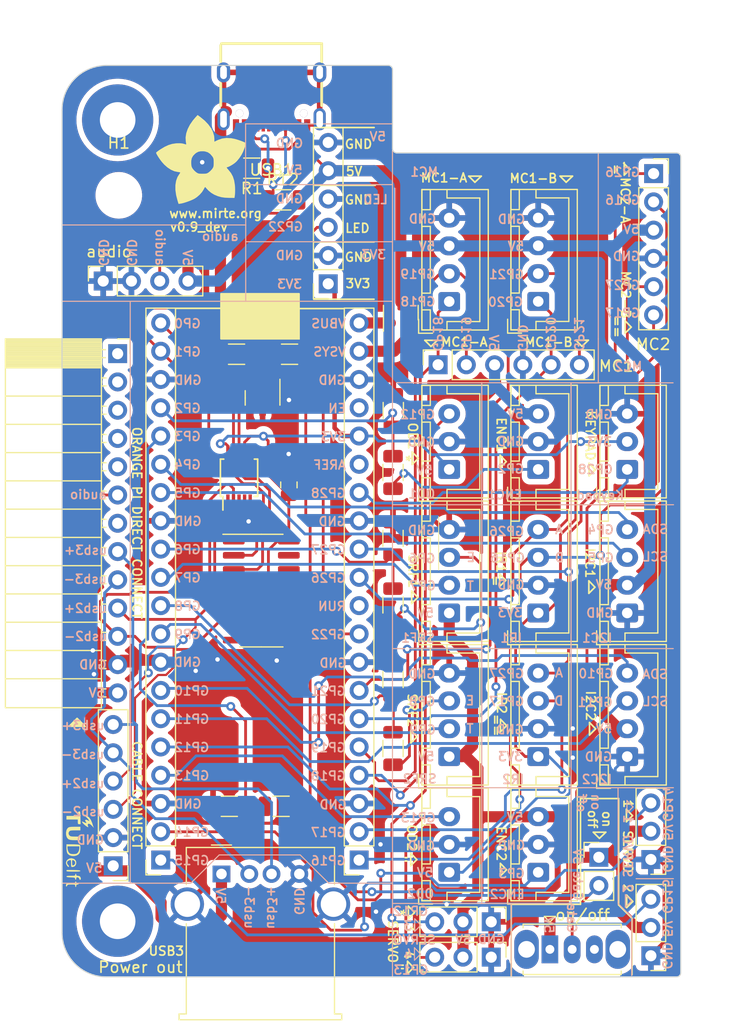
<source format=kicad_pcb>
(kicad_pcb (version 20221018) (generator pcbnew)
  (layers (0 "F.Cu" signal) (31 "B.Cu" signal) (34 "B.Paste" user) (35 "F.Paste" user) (36 "B.SilkS" user "B.Silkscreen") (37 "F.SilkS" user "F.Silkscreen") (38 "B.Mask" user) (39 "F.Mask" user) (44 "Edge.Cuts" user))
  (net 0 "")
  (net 1 "GND")
  (net 2 "GP22")
  (net 3 "GP26")
  (net 4 "GP27")
  (net 5 "GP28")
  (net 6 "D_GND")
  (net 7 "D+")
  (net 8 "GP16")
  (net 9 "GP17")
  (net 10 "GP18")
  (net 11 "GP19")
  (net 12 "GP20")
  (net 13 "GP21")
  (net 14 "RUN")
  (net 15 "3V3")
  (net 16 "EN")
  (net 17 "D-")
  (net 18 "VBUS")
  (net 19 "5V")
  (net 20 "GP4")
  (net 21 "GP5")
  (net 22 "GP15")
  (net 23 "GP14")
  (net 24 "GP13")
  (net 25 "GP12")
  (net 26 "GP11")
  (net 27 "GP10")
  (net 28 "GP9")
  (net 29 "GP8")
  (net 30 "GP7")
  (net 31 "GP6")
  (net 32 "GP3")
  (net 33 "GP2")
  (net 34 "GP1")
  (net 35 "GP0")
  (net 36 "lineoutl")
  (net 40 "usb-dm3")
  (net 41 "usb-dp3")
  (net 45 "Net-(Q2-G)")
  (net 47 "ENC2")
  (net 48 "ENC1")
  (net 49 "ECHO1")
  (net 50 "ECHO2")
  (net 51 "Gate_V")
  (net 59 "VSYS")
  (net 63 "AREF")
  (net 67 "Net-(USB1-CC2)")
  (net 68 "Net-(USB1-CC1)")
  (footprint "Resistor_SMD:R_1206_3216Metric" (layer "F.Cu") (at 120.45 76.05)
    (fp_text reference "R2")
    (fp_text value "330")
  )
  (footprint "Connector_JST:JST_XH_B3B-XH-A_1x03_P2.50mm_Vertical" (layer "F.Cu") (at 134.8 122.6 90)
    (fp_text reference "J9")
    (fp_text value "IR Object Detector 2")
  )
  (footprint "Package_SO:MSOP-10_3x3mm_P0.5mm" (layer "F.Cu") (at 115.91 87.15 90)
    (fp_text reference "U2")
    (fp_text value "CH340E")
  )
  (footprint "Resistor_SMD:R_1206_3216Metric" (layer "F.Cu") (at 129.75 111.475 90)
    (fp_text reference "R7")
    (fp_text value "4.7k")
  )
  (footprint "Package_TO_SOT_SMD:SOT-23" (layer "F.Cu") (at 130.45 72.31 90)
    (fp_text reference "Q1" hide)
    (fp_text value "DMG2305UX")
  )
  (footprint "Resistor_SMD:R_1206_3216Metric" (layer "F.Cu") (at 115.0358 116.6678)
    (fp_text reference "R8")
    (fp_text value "10k")
  )
  (footprint "Resistor_SMD:R_1206_3216Metric" (layer "F.Cu") (at 119.69 116.67 180)
    (fp_text reference "R9")
    (fp_text value "4.7k")
  )
  (footprint "Resistor_SMD:R_1206_3216Metric" (layer "F.Cu") (at 119.8479 62.1792)
    (fp_text reference "R12")
    (fp_text value "10k")
  )
  (footprint "MountingHole:MountingHole_3.2mm_M3_Pad" (layer "F.Cu") (at 105 127)
    (fp_text reference "H2")
    (fp_text value "MountingHole_Pad")
  )
  (footprint "Connector_PinSocket_2.54mm:PinSocket_1x20_P2.54mm_Vertical" (layer "F.Cu") (at 108.871 121.5 180)
    (fp_text reference "J4")
    (fp_text value "Conn_01x20_Female")
  )
  (footprint "Capacitor_SMD:C_0805_2012Metric" (layer "F.Cu") (at 120.39 87.79 -90)
    (fp_text reference "C1")
    (fp_text value "0.1u")
  )
  (footprint "Connector_PinHeader_2.54mm:PinHeader_1x03_P2.54mm_Vertical" (layer "F.Cu") (at 138.575 127.05 -90)
    (fp_text reference "J1")
    (fp_text value "Servo3")
  )
  (footprint "Connector_JST:JST_XH_B4B-XH-A_1x04_P2.50mm_Vertical" (layer "F.Cu") (at 142.8 112.2 90)
    (fp_text reference "J14")
    (fp_text value "IR2")
  )
  (footprint "Connector_JST:JST_XH_B4B-XH-A_1x04_P2.50mm_Vertical" (layer "F.Cu") (at 142.8 99.3 90)
    (fp_text reference "J10")
    (fp_text value "IR1")
  )
  (footprint "Resistor_SMD:R_1206_3216Metric" (layer "F.Cu") (at 129.75 92.6 -90)
    (fp_text reference "R4")
    (fp_text value "10k")
  )
  (footprint "Connector_JST:JST_XH_B3B-XH-A_1x03_P2.50mm_Vertical" (layer "F.Cu") (at 134.8 86.4 90)
    (fp_text reference "J12")
    (fp_text value "IR Object Detector 1")
  )
  (footprint "Connector_JST:JST_XH_B4B-XH-A_1x04_P2.50mm_Vertical" (layer "F.Cu") (at 142.8 71.304 90)
    (fp_text reference "J24")
    (fp_text value "MC1-B")
  )
  (footprint "Connector_PinSocket_2.54mm:PinSocket_1x06_P2.54mm_Vertical" (layer "F.Cu") (at 153.17 59.82)
    (fp_text reference "J18")
    (fp_text value "MC2")
  )
  (footprint "graphics:mirte_logo_8mm" (layer "F.Cu") (at 112.5 58.575 -90)
    (fp_text reference "G1")
    (fp_text value "LOGO" hide)
  )
  (footprint "Resistor_SMD:R_1206_3216Metric" (layer "F.Cu") (at 117.0539 59.3344 180)
    (fp_text reference "R1")
    (fp_text value "10k")
  )
  (footprint "Package_TO_SOT_SMD:SOT-23" (layer "F.Cu") (at 118.025 79.975 -90)
    (fp_text reference "Q2")
    (fp_text value "DMN2050L")
  )
  (footprint "lcsc:USB-C-SMD_TYPE-C-6PIN-2MD-073" (layer "F.Cu") (at 118.836 53.1061 180)
    (fp_text reference "USB1")
    (fp_text value "TYPE-C 16PIN 2MD(073)")
  )
  (footprint "Connector_PinHeader_2.54mm:PinHeader_1x03_P2.54mm_Vertical" (layer "F.Cu") (at 152.925 121.45 180)
    (fp_text reference "J19")
    (fp_text value "Servo1")
  )
  (footprint "Connector_PinSocket_2.54mm:PinSocket_1x20_P2.54mm_Vertical" (layer "F.Cu") (at 126.7014 121.5 180)
    (fp_text reference "J2")
    (fp_text value "Conn_01x20_Female")
  )
  (footprint "Connector_JST:JST_XH_B3B-XH-A_1x03_P2.50mm_Vertical" (layer "F.Cu") (at 142.8 122.6 90)
    (fp_text reference "J21")
    (fp_text value "ENC2")
  )
  (footprint "Connector_JST:JST_XH_B3B-XH-A_1x03_P2.50mm_Vertical" (layer "F.Cu") (at 150.8 86.4 90)
    (fp_text reference "J7")
    (fp_text value "Keypad")
  )
  (footprint "Connector_PinHeader_2.54mm:PinHeader_1x03_P2.54mm_Vertical" (layer "F.Cu") (at 138.575 130.225 -90)
    (fp_text reference "J3")
    (fp_text value "Servo4")
  )
  (footprint "Connector_JST:JST_XH_B4B-XH-A_1x04_P2.50mm_Vertical" (layer "F.Cu") (at 134.8 112.2 90)
    (fp_text reference "J25")
    (fp_text value "SRF2")
  )
  (footprint "Connector_JST:JST_XH_B4B-XH-A_1x04_P2.50mm_Vertical" (layer "F.Cu") (at 134.8 71.314 90)
    (fp_text reference "J23" hide)
    (fp_text value "MC1-A")
  )
  (footprint "Connector_JST:JST_XH_B4B-XH-A_1x04_P2.50mm_Vertical" (layer "F.Cu") (at 150.8 112.2 90)
    (fp_text reference "J28")
    (fp_text value "I2C2")
  )
  (footprint "Connector_PinHeader_2.54mm:PinHeader_1x02_P2.54mm_Vertical" (layer "F.Cu") (at 148.25 121.25)
    (fp_text reference "J37")
    (fp_text value "on/off" hide)
  )
  (footprint "Connector_JST:JST_XH_B4B-XH-A_1x04_P2.50mm_Vertical" (layer "F.Cu") (at 150.8 99.3 90)
    (fp_text reference "J30")
    (fp_text value "I2C1")
  )
  (footprint "Package_SO:SOIC-16_3.9x9.9mm_P1.27mm" (layer "F.Cu") (at 117.91 97.29)
    (fp_text reference "U1")
    (fp_text value "CH340C")
  )
  (footprint "Resistor_SMD:R_1206_3216Metric" (layer "F.Cu") (at 129.75 105.275 -90)
    (fp_text reference "R6")
    (fp_text value "10k")
  )
  (footprint "Resistor_SMD:R_1206_3216Metric" (layer "F.Cu") (at 129.775 81.1125 -90)
    (fp_text reference "R11")
    (fp_text value "10k")
  )
  (footprint "Connector_PinSocket_2.54mm:PinSocket_1x13_P2.54mm_Horizontal" (layer "F.Cu") (at 105 76)
    (fp_text reference "J11")
    (fp_text value "Conn_01x13_Female")
  )
  (footprint "Connector_JST:JST_XH_B3B-XH-A_1x03_P2.50mm_Vertical" (layer "F.Cu") (at 142.8 86.4 90)
    (fp_text reference "J26")
    (fp_text value "ENC1")
  )
  (footprint "MountingHole:MountingHole_3.7mm" (layer "F.Cu") (at 105.1 61.77)
    (fp_text reference "H1")
    (fp_text value "MountingHole")
  )
  (footprint "Resistor_SMD:R_1206_3216Metric" (layer "F.Cu") (at 129.75 86.675 90)
    (fp_text reference "R10")
    (fp_text value "4.7k")
  )
  (footprint "Connector_PinHeader_2.54mm:PinHeader_1x06_P2.54mm_Vertical" (layer "F.Cu") (at 104.5972 122.0216 180)
    (fp_text reference "J5" hide)
    (fp_text value "Conn_01x06_Pin")
  )
  (footprint "Resistor_SMD:R_1206_3216Metric" (layer "F.Cu") (at 115.6875 76.05)
    (fp_text reference "R3")
    (fp_text value "10k")
  )
  (footprint "graphics:tudelft_logo_10mm" (layer "F.Cu") (at 101.092 120.5484 -90)
    (fp_text reference "G2")
    (fp_text value "LOGO" hide)
  )
  (footprint "Button_Switch_THT:SW_Slide_1P2T_CK_OS102011MS2Q" (layer "F.Cu") (at 143.85 129.525)
    (fp_text reference "SW1")
    (fp_text value "on/off")
  )
  (footprint "Connector_PinSocket_2.54mm:PinSocket_1x06_P2.54mm_Vertical" (layer "F.Cu") (at 133.8 77 90)
    (fp_text reference "J17")
    (fp_text value "MC1")
  )
  (footprint "Connector_USB:USB_A_Molex_67643_Horizontal" (layer "F.Cu") (at 114.33 122.75)
    (fp_text reference "J35")
    (fp_text value "Power out")
  )
  (footprint "MountingHole:MountingHole_3.2mm_M3_Pad" (layer "F.Cu") (at 105 55)
    (fp_text reference "H3" hide)
    (fp_text value "MountingHole_Pad")
  )
  (footprint "Connector_JST:JST_XH_B4B-XH-A_1x04_P2.50mm_Vertical" (layer "F.Cu") (at 134.8 99.3 90)
    (fp_text reference "J20")
    (fp_text value "SRF1")
  )
  (footprint "Connector_PinSocket_2.54mm:PinSocket_1x06_P2.54mm_Vertical" (layer "F.Cu") (at 123.925 69.7214 180)
    (fp_text reference "J8")
    (fp_text value "Conn_01x06_Female")
  )
  (footprint "Connector_PinSocket_2.54mm:PinSocket_1x04_P2.54mm_Vertical" (layer "F.Cu") (at 103.7 69.475 90)
    (fp_text reference "J33")
    (fp_text value "line out left")
  )
  (footprint "Resistor_SMD:R_1206_3216Metric" (layer "F.Cu") (at 129.75 98.575 90)
    (fp_text reference "R5")
    (fp_text value "4.7k")
  )
  (footprint "Connector_PinHeader_2.54mm:PinHeader_1x03_P2.54mm_Vertical" (layer "F.Cu") (at 152.925 130.1 180)
    (fp_text reference "J27")
    (fp_text value "Servo2")
  )
  (gr_line (start 116.51 60.81) (end 116.51 64.475) (stroke (width 0.1)) (layer "B.SilkS"))
  (gr_line (start 111.56 123.58) (end 100.06 123.58) (stroke (width 0.1)) (layer "B.SilkS"))
  (gr_line (start 106.13 71.35) (end 106.13 123.53) (stroke (width 0.1)) (layer "B.SilkS"))
  (gr_line (start 148.2 74.69) (end 148.2 58.06) (stroke (width 0.1)) (layer "B.SilkS"))
  (gr_line (start 129.7 131.975) (end 129.7 57.75) (stroke (width 0.1)) (layer "B.SilkS"))
  (gr_line (start 154.9375 102.5) (end 129.7125 102.5) (stroke (width 0.1)) (layer "B.SilkS"))
  (gr_line (start 116.5 55.35) (end 116.5 60.9) (stroke (width 0.1)) (layer "B.SilkS"))
  (gr_line (start 123.97 123.58) (end 121.41 121.04) (stroke (width 0.1)) (layer "B.SilkS"))
  (gr_line (start 145.75 78.625) (end 145.75 125.4) (stroke (width 0.11)) (layer "B.SilkS"))
  (gr_line (start 150.635 124.61) (end 150.635 125.735) (stroke (width 0.1)) (layer "B.SilkS"))
  (gr_line (start 100 71.294) (end 129.7 71.294) (stroke (width 0.1)) (layer "B.SilkS"))
  (gr_line (start 132.225 129.95) (end 131.675 129.375) (stroke (width 0.1)) (layer "B.SilkS"))
  (gr_line (start 116.51 65.94) (end 129.7 65.94) (stroke (width 0.1)) (layer "B.SilkS"))
  (gr_line (start 131.7 126.775) (end 131.7 127.9) (stroke (width 0.1)) (layer "B.SilkS"))
  (gr_line (start 145.75 125.4) (end 129.75 125.4) (stroke (width 0.1)) (layer "B.SilkS"))
  (gr_line (start 132.25 127.35) (end 131.7 126.775) (stroke (width 0.1)) (layer "B.SilkS"))
  (gr_line (start 148.2 78.62) (end 130.105 78.605) (stroke (width 0.1)) (layer "B.SilkS"))
  (gr_line (start 116.51 71.294) (end 116.51 64.436) (stroke (width 0.1)) (layer "B.SilkS"))
  (gr_line (start 121.41 121.04) (end 114.13 121.04) (stroke (width 0.1)) (layer "B.SilkS"))
  (gr_line (start 148.2 74.67) (end 148.2 78.62) (stroke (width 0.1)) (layer "B.SilkS"))
  (gr_line (start 150.775 117.275) (end 151.325 116.725) (stroke (width 0.1)) (layer "B.SilkS"))
  (gr_line (start 116.51 64.436) (end 100 64.436) (stroke (width 0.1)) (layer "B.SilkS"))
  (gr_line (start 137.725 78.6) (end 137.725 125.4) (stroke (width 0.11)) (layer "B.SilkS"))
  (gr_line (start 151.325 116.725) (end 150.775 116.15) (stroke (width 0.1)) (layer "B.SilkS"))
  (gr_line (start 151.2 131.875) (end 151.2 126.625) (stroke (width 0.1)) (layer "B.SilkS"))
  (gr_line (start 150.635 125.735) (end 151.185 125.185) (stroke (width 0.1)) (layer "B.SilkS"))
  (gr_line (start 129.7 60.81) (end 116.51 60.81) (stroke (width 0.1)) (layer "B.SilkS"))
  (gr_line (start 131.675 129.375) (end 131.675 130.5) (stroke (width 0.1)) (layer "B.SilkS"))
  (gr_line (start 149.975 125.4) (end 149.975 115.075) (stroke (width 0.1)) (layer "B.SilkS"))
  (gr_line (start 154.92 78.62) (end 148.2 78.62) (stroke (width 0.1)) (layer "B.SilkS"))
  (gr_line (start 131.7 127.9) (end 132.25 127.35) (stroke (width 0.1)) (layer "B.SilkS"))
  (gr_line (start 123.97 123.58) (end 129.64 123.58) (stroke (width 0.1)) (layer "B.SilkS"))
  (gr_line (start 150.775 116.15) (end 150.775 117.275) (stroke (width 0.1)) (layer "B.SilkS"))
  (gr_line (start 151.2 126.625) (end 149.975 125.4) (stroke (width 0.1)) (layer "B.SilkS"))
  (gr_line (start 131.675 130.5) (end 132.225 129.95) (stroke (width 0.1)) (layer "B.SilkS"))
  (gr_line (start 140.375 125.475) (end 140.375 131.9) (stroke (width 0.1)) (layer "B.SilkS"))
  (gr_line (start 154.9625 89.575) (end 129.7375 89.575) (stroke (width 0.1)) (layer "B.SilkS"))
  (gr_line (start 151.185 125.185) (end 150.635 124.61) (stroke (width 0.1)) (layer "B.SilkS"))
  (gr_line (start 114.13 121.04) (end 111.56 123.59) (stroke (width 0.1)) (layer "B.SilkS"))
  (gr_line (start 154.95 115) (end 129.725 115) (stroke (width 0.1)) (layer "B.SilkS"))
  (gr_line (start 129.69 55.35) (end 116.5 55.35) (stroke (width 0.1)) (layer "B.SilkS"))
  (gr_line (start 154.95 123.175) (end 151.6 123.175) (stroke (width 0.1)) (layer "B.SilkS"))
  (gr_line (start 144.7604 60.0482) (end 145.3104 60.5982) (stroke (width 0.15)) (layer "F.SilkS"))
  (gr_line (start 151.275 117.5125) (end 150.725 116.9375) (stroke (width 0.15)) (layer "F.SilkS"))
  (gr_line (start 139.925 85.7) (end 139.375 85.125) (stroke (width 0.15)) (layer "F.SilkS"))
  (gr_line (start 150.61 74.165) (end 151.16 73.615) (stroke (width 0.15)) (layer "F.SilkS"))
  (gr_line (start 150.025 125.525) (end 151.225 126.725) (stroke (width 0.15)) (layer "F.SilkS"))
  (gr_line (start 139.95 122.375) (end 139.4 121.8) (stroke (width 0.15)) (layer "F.SilkS"))
  (gr_line (start 133.85 90.65) (end 133.85 95.45) (stroke (width 0.08)) (layer "F.SilkS"))
  (gr_line (start 122.62 71.11) (end 128.04 71.11) (stroke (width 0.15)) (layer "F.SilkS"))
  (gr_line (start 139.885 96.37) (end 139.335 95.795) (stroke (width 0.15)) (layer "F.SilkS"))
  (gr_line (start 150.025 115.975) (end 150.025 125.525) (stroke (width 0.15)) (layer "F.SilkS"))
  (gr_line (start 139.375 85.125) (end 139.375 86.25) (stroke (width 0.15)) (layer "F.SilkS"))
  (gr_line (start 139.41 108.85) (end 139.41 109.975) (stroke (width 0.15)) (layer "F.SilkS"))
  (gr_line (start 146.6 115.975) (end 150.025 115.975) (stroke (width 0.15)) (layer "F.SilkS"))
  (gr_line (start 147.75 119) (end 148.3 119.55) (stroke (width 0.15)) (layer "F.SilkS"))
  (gr_line (start 131.05 131.7125) (end 131.6 131.1625) (stroke (width 0.15)) (layer "F.SilkS"))
  (gr_line (start 122.63 65.96) (end 128.05 65.96) (stroke (width 0.15)) (layer "F.SilkS"))
  (gr_line (start 131.13 126.765) (end 131.68 126.215) (stroke (width 0.15)) (layer "F.SilkS"))
  (gr_line (start 150.53 58.83) (end 150.53 59.955) (stroke (width 0.15)) (layer "F.SilkS"))
  (gr_line (start 137.1096 60.599) (end 137.6846 60.049) (stroke (width 0.15)) (layer "F.SilkS"))
  (gr_line (start 147.41 110.265) (end 147.96 109.715) (stroke (width 0.15)) (layer "F.SilkS"))
  (gr_line (start 131.89 121.46) (end 131.34 120.885) (stroke (width 0.15)) (layer "F.SilkS"))
  (gr_line (start 139.335 95.795) (end 139.335 96.92) (stroke (width 0.15)) (layer "F.SilkS"))
  (gr_line (start 150.725 116.9375) (end 150.725 118.0625) (stroke (width 0.15)) (layer "F.SilkS"))
  (gr_line (start 139.335 96.92) (end 139.885 96.37) (stroke (width 0.15)) (layer "F.SilkS"))
  (gr_line (start 150.75 124.65) (end 150.75 125.775) (stroke (width 0.15)) (layer "F.SilkS"))
  (gr_line (start 140.375 125.475) (end 140.375 131.9) (stroke (width 0.15)) (layer "F.SilkS"))
  (gr_poly (pts (xy 101.355 108.775) (xy 102.055 109.475) (xy 100.655 109.475)) (stroke (width 0.15)) (fill solid) (layer "F.SilkS"))
  (gr_line (start 137.6846 60.049) (end 136.5596 60.049) (stroke (width 0.15)) (layer "F.SilkS"))
  (gr_poly (pts (xy 121.3 74.66) (xy 114.29 74.66) (xy 114.29 70.62) (xy 121.3 70.62)) (stroke (width 0.15)) (fill solid) (layer "F.SilkS"))
  (gr_line (start 110.25 71.925) (end 114.25 71.925) (stroke (width 0.15)) (layer "F.SilkS"))
  (gr_line (start 121.3 71.95) (end 125.3 71.95) (stroke (width 0.15)) (layer "F.SilkS"))
  (gr_line (start 131.47 85.955) (end 132.02 85.405) (stroke (width 0.15)) (layer "F.SilkS"))
  (gr_line (start 147.375 85.85) (end 147.375 86.975) (stroke (width 0.15)) (layer "F.SilkS"))
  (gr_line (start 133.735 74.8) (end 132.61 74.8) (stroke (width 0.15)) (layer "F.SilkS"))
  (gr_line (start 122.73 60.87) (end 128.15 60.87) (stroke (width 0.15)) (layer "F.SilkS"))
  (gr_line (start 147.41 109.14) (end 147.41 110.265) (stroke (width 0.15)) (layer "F.SilkS"))
  (gr_line (start 151.16 73.615) (end 150.61 73.04) (stroke (width 0.15)) (layer "F.SilkS"))
  (gr_line (start 151.225 126.725) (end 151.225 131.8) (stroke (width 0.15)) (layer "F.SilkS"))
  (gr_line (start 147.9 96.985) (end 147.35 96.41) (stroke (width 0.15)) (layer "F.SilkS"))
  (gr_line (start 147.35 97.535) (end 147.9 96.985) (stroke (width 0.15)) (layer "F.SilkS"))
  (gr_line (start 146.18 74.79) (end 146.73 75.34) (stroke (width 0.15)) (layer "F.SilkS"))
  (gr_line (start 131.47 84.83) (end 131.47 85.955) (stroke (width 0.15)) (layer "F.SilkS"))
  (gr_line (start 146.6 125.475) (end 140.375 125.475) (stroke (width 0.15)) (layer "F.SilkS"))
  (gr_line (start 131.34 122.01) (end 131.89 121.46) (stroke (width 0.15)) (layer "F.SilkS"))
  (gr_line (start 139.4 121.8) (end 139.4 122.925) (stroke (width 0.15)) (layer "F.SilkS"))
  (gr_line (start 146.6 115.975) (end 146.6 125.475) (stroke (width 0.15)) (layer "F.SilkS"))
  (gr_line (start 151.03 59.455) (end 150.48 58.88) (stroke (width 0.15)) (layer "F.SilkS"))
  (gr_line (start 132.02 85.405) (end 131.47 84.83) (stroke (width 0.15)) (layer "F.SilkS"))
  (gr_line (start 133.16 75.35) (end 133.735 74.8) (stroke (width 0.15)) (layer "F.SilkS"))
  (gr_line (start 122.63 55.68) (end 128.05 55.68) (stroke (width 0.15)) (layer "F.SilkS"))
  (gr_line (start 131.13 125.64) (end 131.13 126.765) (stroke (width 0.15)) (layer "F.SilkS"))
  (gr_line (start 131.35 109.85) (end 131.35 110.975) (stroke (width 0.15)) (layer "F.SilkS"))
  (gr_line (start 147.375 86.975) (end 147.925 86.425) (stroke (width 0.15)) (layer "F.SilkS"))
  (gr_line (start 131.425 97.325) (end 131.425 98.45) (stroke (width 0.15)) (layer "F.SilkS"))
  (gr_line (start 131.35 110.975) (end 131.9 110.425) (stroke (width 0.15)) (layer "F.SilkS"))
  (gr_line (start 148.3 119.55) (end 148.875 119) (stroke (width 0.15)) (layer "F.SilkS"))
  (gr_line (start 145.8854 60.0482) (end 144.7604 60.0482) (stroke (width 0.15)) (layer "F.SilkS"))
  (gr_line (start 150.75 125.775) (end 151.3 125.225) (stroke (width 0.15)) (layer "F.SilkS"))
  (gr_line (start 148.875 119) (end 147.75 119) (stroke (width 0.15)) (layer "F.SilkS"))
  (gr_line (start 131.6 131.1625) (end 131.05 130.5875) (stroke (width 0.15)) (layer "F.SilkS"))
  (gr_line (start 139.4 122.925) (end 139.95 122.375) (stroke (width 0.15)) (layer "F.SilkS"))
  (gr_line (start 147.35 96.41) (end 147.35 97.535) (stroke (width 0.15)) (layer "F.SilkS"))
  (gr_line (start 132.61 74.8) (end 133.16 75.35) (stroke (width 0.15)) (layer "F.SilkS"))
  (gr_line (start 139.96 109.425) (end 139.41 108.85) (stroke (width 0.15)) (layer "F.SilkS"))
  (gr_line (start 131.34 120.885) (end 131.34 122.01) (stroke (width 0.15)) (layer "F.SilkS"))
  (gr_line (start 131.9 110.425) (end 131.35 109.85) (stroke (width 0.15)) (layer "F.SilkS"))
  (gr_line (start 136.5596 60.049) (end 137.1096 60.599) (stroke (width 0.15)) (layer "F.SilkS"))
  (gr_line (start 150.725 118.0625) (end 151.275 117.5125) (stroke (width 0.15)) (layer "F.SilkS"))
  (gr_line (start 150.53 59.955) (end 151.08 59.405) (stroke (width 0.15)) (layer "F.SilkS"))
  (gr_line (start 145.3104 60.5982) (end 145.8854 60.0482) (stroke (width 0.15)) (layer "F.SilkS"))
  (gr_line (start 150.61 73.04) (end 150.61 74.165) (stroke (width 0.15)) (layer "F.SilkS"))
  (gr_line (start 147.305 74.79) (end 146.18 74.79) (stroke (width 0.15)) (layer "F.SilkS"))
  (gr_line (start 131.975 97.9) (end 131.425 97.325) (stroke (width 0.15)) (layer "F.SilkS"))
  (gr_line (start 146.73 75.34) (end 147.305 74.79) (stroke (width 0.15)) (layer "F.SilkS"))
  (gr_line (start 139.375 86.25) (end 139.925 85.7) (stroke (width 0.15)) (layer "F.SilkS"))
  (gr_line (start 131.05 130.5875) (end 131.05 131.7125) (stroke (width 0.15)) (layer "F.SilkS"))
  (gr_line (start 147.96 109.715) (end 147.41 109.14) (stroke (width 0.15)) (layer "F.SilkS"))
  (gr_line (start 131.68 126.215) (end 131.13 125.64) (stroke (width 0.15)) (layer "F.SilkS"))
  (gr_line (start 147.925 86.425) (end 147.375 85.85) (stroke (width 0.15)) (layer "F.SilkS"))
  (gr_line (start 151.3 125.225) (end 150.75 124.65) (stroke (width 0.15)) (layer "F.SilkS"))
  (gr_line (start 131.425 98.45) (end 131.975 97.9) (stroke (width 0.15)) (layer "F.SilkS"))
  (gr_line (start 139.41 109.975) (end 139.96 109.425) (stroke (width 0.15)) (layer "F.SilkS"))
  (gr_line (start 104 50.1) (end 129.337 50.100408) (stroke (width 0.1)) (layer "Edge.Cuts"))
  (gr_arc (start 155.230592 57.959) (mid 155.5 58.070592) (end 155.611592 58.34) (stroke (width 0.1)) (layer "Edge.Cuts"))
  (gr_line (start 129.702592 50.466) (end 129.7 57.578) (stroke (width 0.1)) (layer "Edge.Cuts"))
  (gr_line (start 130.099 57.959) (end 155.230592 57.959) (stroke (width 0.1)) (layer "Edge.Cuts"))
  (gr_line (start 155.611592 58.34) (end 155.611592 131.619) (stroke (width 0.1)) (layer "Edge.Cuts"))
  (gr_arc (start 155.611592 131.619) (mid 155.5 131.888408) (end 155.230592 132) (stroke (width 0.1)) (layer "Edge.Cuts"))
  (gr_arc (start 129.337 50.100408) (mid 129.595513 50.207487) (end 129.702592 50.466) (stroke (width 0.1)) (layer "Edge.Cuts"))
  (gr_line (start 155.230592 132) (end 154.61 132) (stroke (width 0.1)) (layer "Edge.Cuts"))
  (gr_line (start 100 128) (end 100 54.1) (stroke (width 0.1)) (layer "Edge.Cuts"))
  (gr_arc (start 130.099 57.959) (mid 129.820592 57.851136) (end 129.7 57.578) (stroke (width 0.1)) (layer "Edge.Cuts"))
  (gr_line (start 154.61 132) (end 104 132) (stroke (width 0.1)) (layer "Edge.Cuts"))
  (gr_arc (start 104 132) (mid 101.171573 130.828427) (end 100 128) (stroke (width 0.1)) (layer "Edge.Cuts"))
  (gr_arc (start 100 54.1) (mid 101.171573 51.271573) (end 104 50.1) (stroke (width 0.1)) (layer "Edge.Cuts"))
  (gr_text "IR2" (at 140.55 114.25) (layer "B.SilkS") (effects (font (size 0.8 0.8)) (justify mirror)))
  (gr_text "GND" (at 101.45 103.95) (layer "B.SilkS") (effects (font (size 0.8 0.8)) (justify right mirror)))
  (gr_text "A" (at 144.675 91.8) (layer "B.SilkS") (effects (font (size 0.8 0.8)) (justify mirror)))
  (gr_text "GND" (at 131 91.875) (layer "B.SilkS") (effects (font (size 0.8 0.8)) (justify right mirror)))
  (gr_text "5V" (at 149.525 109.7) (layer "B.SilkS") (effects (font (size 0.8 0.8)) (justify left mirror)))
  (gr_text "SERVO" (at 129.675 128.675) (layer "B.SilkS") (effects (font (size 0.8 0.8)) (justify right mirror)))
  (gr_text "GND" (at 139.025 96.775) (layer "B.SilkS") (effects (font (size 0.8 0.8)) (justify right mirror)))
  (gr_text "OD1" (at 132.325 88.6) (layer "B.SilkS") (effects (font (size 0.8 0.8)) (justify mirror)))
  (gr_text "GND" (at 130.975 83.95) (layer "B.SilkS") (effects (font (size 0.8 0.8)) (justify right mirror)))
  (gr_text "GND\n" (at 154.37 131.42 270) (layer "B.SilkS") (effects (font (size 0.8 0.8)) (justify left mirror)))
  (gr_text "5V" (at 129.2 56.5) (layer "B.SilkS") (effects (font (size 0.8 0.8)) (justify left mirror)))
  (gr_text "5V" (at 138.8 75.85 270) (layer "B.SilkS") (effects (font (size 0.8 0.8)) (justify left mirror)))
  (gr_text "GP13" (at 110 113.92) (layer "B.SilkS") (effects (font (size 0.8 0.8)) (justify right mirror)))
  (gr_text "GP17" (at 138.3 107.25) (layer "B.SilkS") (effects (font (size 0.8 0.8)) (justify right mirror)))
  (gr_text "I2C2" (at 148.075 114.25) (layer "B.SilkS") (effects (font (size 0.8 0.8)) (justify mirror)))
  (gr_text "GND" (at 130.975 120.225) (layer "B.SilkS") (effects (font (size 0.8 0.8)) (justify right mirror)))
  (gr_text "E" (at 136.675 107.175) (layer "B.SilkS") (effects (font (size 0.8 0.8)) (justify mirror)))
  (gr_text "5V" (at 154.42 119.85 270) (layer "B.SilkS") (effects (font (size 0.8 0.8)) (justify left mirror)))
  (gr_text "5V" (at 103.7228 122.2198) (layer "B.SilkS") (effects (font (size 0.8 0.8)) (justify left mirror)))
  (gr_text "on\noff" (at 147.34 115.46 270) (layer "B.SilkS") (effects (font (size 0.8 0.8)) (justify right mirror)))
  (gr_text "usb3+" (at 118.85 123.75 270) (layer "B.SilkS") (effects (font (size 0.8 0.8)) (justify right mirror)))
  (gr_text "GP16" (at 138.375 94.35) (layer "B.SilkS") (effects (font (size 0.8 0.8)) (justify right mirror)))
  (gr_text "SDA" (at 153.3 104.8) (layer "B.SilkS") (effects (font (size 0.8 0.8)) (justify mirror)))
  (gr_text "3V3" (at 149.5 83.925) (layer "B.SilkS") (effects (font (size 0.8 0.8)) (justify left mirror)))
  (gr_text "GND" (at 141.39 73.28 270) (layer "B.SilkS") (effects (font (size 0.8 0.8)) (justify right mirror)))
  (gr_text "GP9" (at 110 101.22) (layer "B.SilkS") (effects (font (size 0.8 0.8)) (justify right mirror)))
  (gr_text "GP14" (at 154.42 118.16 270) (layer "B.SilkS") (effects (font (size 0.8 0.8)) (justify left mirror)))
  (gr_text "GND" (at 110 91.06) (layer "B.SilkS") (effects (font (size 0.8 0.8)) (justify right mirror)))
  (gr_text "VBUS" (at 125.6 73.3) (layer "B.SilkS") (effects (font (size 0.8 0.8)) (justify left mirror)))
  (gr_text "A" (at 144.675 104.675) (layer "B.SilkS") (effects (font (size 0.8 0.8)) (justify mirror)))
  (gr_text "LED" (at 128.194 62.15) (layer "B.SilkS") (effects (font (size 0.8 0.8)) (justify mirror)))
  (gr_text "GP20" (at 125.6 108.86) (layer "B.SilkS") (effects (font (size 0.8 0.8)) (justify left mirror)))
  (gr_text "GP26" (at 138.3 91.975) (layer "B.SilkS") (effects (font (size 0.8 0.8)) (justify right mirror)))
  (gr_text "audio" (at 100.625 88.65) (layer "B.SilkS") (effects (font (size 0.8 0.8)) (justify right mirror)))
  (gr_text "GND" (at 106.25 65.6 270) (layer "B.SilkS") (effects (font (size 0.8 0.8)) (justify right mirror)))
  (gr_text "usb3+" (at 100.09 93.66) (layer "B.SilkS") (effects (font (size 0.8 0.8)) (justify right mirror)))
  (gr_text "GND" (at 146.95 81.475) (layer "B.SilkS") (effects (font (size 0.8 0.8)) (justify right mirror)))
  (gr_text "GP14" (at 110 119) (layer "B.SilkS") (effects (font (size 0.8 0.8)) (justify right mirror)))
  (gr_text "T" (at 136.7 96.875) (layer "B.SilkS") (effects (font (size 0.8 0.8)) (justify mirror)))
  (gr_text "E" (at 136.75 94.3) (layer "B.SilkS") (effects (font (size 0.8 0.8)) (justify mirror)))
  (gr_text "GND" (at 110 78.38) (layer "B.SilkS") (effects (font (size 0.8 0.8)) (justify right mirror)))
  (gr_text "1" (at 150.875 117.325 270) (layer "B.SilkS") (effects (font (size 0.8 0.8)) (justify right mirror)))
  (gr_text "GND" (at 123.05 116.525) (layer "B.SilkS") (effects (font (size 0.8 0.8)) (justify right mirror)))
  (gr_text "GND" (at 101.2228 119.6948) (layer "B.SilkS") (effects (font (size 0.8 0.8)) (justify right mirror)))
  (gr_text "5V" (at 133.45 122.625) (layer "B.SilkS") (effects (font (size 0.8 0.8)) (justify left mirror)))
  (gr_text "GP3" (at 139.12 122.71) (layer "B.SilkS") (effects (font (size 0.8 0.8)) (justify right mirror)))
  (gr_text "GP6" (at 110 93.6) (layer "B.SilkS") (effects (font (size 0.8 0.8)) (justify right mirror)))
  (gr_text "GP11" (at 149.575 107.325) (layer "B.SilkS") (effects (font (size 0.8 0.8)) (justify left mirror)))
  (gr_text "D" (at 144.65 107.2) (layer "B.SilkS") (effects (font (size 0.8 0.8)) (justify mirror)))
  (gr_text "GP27" (at 138.3 104.75) (layer "B.SilkS") (effects (font (size 0.8 0.8)) (justify right mirror)))
  (gr_text "RUN" (at 125.6 98.7) (layer "B.SilkS") (effects (font (size 0.8 0.8)) (justify left mirror)))
  (gr_text "IR1" (at 140.375 101.55) (layer "B.SilkS") (effects (font (size 0.8 0.8)) (justify mirror)))
  (gr_text "GP12" (at 110 111.38) (layer "B.SilkS") (effects (font (size 0.8 0.8)) (justify right mirror)))
  (gr_text "audio" (at 114.224 65.452) (layer "B.SilkS") (effects (font (size 0.8 0.8)) (justify mirror)))
  (gr_text "GP12" (at 130.3 81.475) (layer "B.SilkS") (effects (font (size 0.8 0.8)) (justify right mirror)))
  (gr_text "GP16" (at 152.05 62.2) (layer "B.SilkS") (effects (font (size 0.8 0.8)) (justify left mirror)))
  (gr_text "GP3" (at 110 83.44) (layer "B.SilkS") (effects (font (size 0.8 0.8)) (justify right mirror)))
  (gr_text "GND" (at 138.95 109.775) (layer "B.SilkS") (effects (font (size 0.8 0.8)) (justify right mirror)))
  (gr_text "GP4" (at 147.125 91.825) (layer "B.SilkS") (effects (font (size 0.8 0.8)) (justify right mirror)))
  (gr_text "GP5" (at 110 88.52) (layer "B.SilkS") (effects (font (size 0.8 0.8)) (justify right mirror)))
  (gr_text "VSYS" (at 125.6 75.84) (layer "B.SilkS") (effects (font (size 0.8 0.8)) (justify left mirror)))
  (gr_text "usb3+" (at 99.8628 109.4048) (layer "B.SilkS") (effects (font (size 0.8 0.8)) (justify right mirror)))
  (gr_text "5V" (at 133.55 112.2) (layer "B.SilkS") (effects (font (size 0.8 0.8)) (justify left mirror)))
  (gr_text "3V3" (at 121.65 69.75) (layer "B.SilkS") (effects (font (size 0.8 0.8)) (justify left mirror)))
  (gr_text "5V" (at 141.575 81.425) (layer "B.SilkS") (effects (font (size 0.8 0.8)) (justify left mirror)))
  (gr_text "GP6" (at 131.075 94.4) (layer "B.SilkS") (effects (font (size 0.8 0.8)) (justify right mirror)))
  (gr_text "GP2" (at 139.05 86.35) (layer "B.SilkS") (effects (font (size 0.8 0.8)) (justify right mirror)))
  (gr_text "GP13" (at 129.7 131.375) (layer "B.SilkS") (effects (font (size 0.8 0.8)) (justify right mirror)))
  (gr_text "GP21" (at 146.45 75.9 270) (layer "B.SilkS") (effects (font (size 0.8 0.8)) (justify left mirror)))
  (gr_text "5V" (at 114.25 123.9 270) (layer "B.SilkS") (effects (font (size 0.8 0.8)) (justify right mirror)))
  (gr_text "GP19" (at 133.64 68.86) (layer "B.SilkS") (effects (font (size 0.8 0.8)) (justify left mirror)))
  (gr_text "GND" (at 109.95 103.725) (layer "B.SilkS") (effects (font (size 0.8 0.8)) (justify right mirror)))
  (gr_text "GP20" (at 143.9 75.9 270) (layer "B.SilkS") (effects (font (size 0.8 0.8)) (justify left mirror)))
  (gr_text "I2C1" (at 148.1 101.55) (layer "B.SilkS") (effects (font (size 0.8 0.8)) (justify mirror)))
  (gr_text "GP18" (at 125.6 113.94) (layer "B.SilkS") (effects (font (size 0.8 0.8)) (justify left mirror)))
  (gr_text "GP20" (at 141.52 71.36) (layer "B.SilkS") (effects (font (size 0.8 0.8)) (justify left mirror)))
  (gr_text "usb3-" (at 99.8328 112.0048) (layer "B.SilkS") (effects (font (size 0.8 0.8)) (justify right mirror)))
  (gr_text "GP10" (at 110 106.3) (layer "B.SilkS") (effects (font (size 0.8 0.8)) (justify right mirror)))
  (gr_text "GP27" (at 152.05 69.85) (layer "B.SilkS") (effects (font (size 0.8 0.8)) (justify left mirror)))
  (gr_text "GND" (at 137.275 128.625) (layer "B.SilkS") (effects (font (size 0.8 0.8)) (justify right mirror)))
  (gr_text "GND" (at 123.05 103.8) (layer "B.SilkS") (effects (font (size 0.8 0.8)) (justify right mirror)))
  (gr_text "3V3" (at 141.475 99.275) (layer "B.SilkS") (effects (font (size 0.8 0.8)) (justify left mirror)))
  (gr_text "SDA" (at 153.325 91.775) (layer "B.SilkS") (effects (font (size 0.8 0.8)) (justify mirror)))
  (gr_text "GP26" (at 125.6 96.16) (layer "B.SilkS") (effects (font (size 0.8 0.8)) (justify left mirror)))
  (gr_text "usb2-" (at 100.1 101.4) (layer "B.SilkS") (effects (font (size 0.8 0.8)) (justify right mirror)))
  (gr_text "D" (at 144.7 94.325) (layer "B.SilkS") (effects (font (size 0.8 0.8)) (justify mirror)))
  (gr_text "usb3-" (at 116.825 123.725 270) (layer "B.SilkS") (effects (font (size 0.8 0.8)) (justify right mirror)))
  (gr_text "Gate" (at 146.36 125.23 270) (layer "B.SilkS") (effects (font (size 0.8 0.8)) (justify left mirror)))
  (gr_text "MC1" (at 132.55 59.675) (layer "B.SilkS") (effects (font (size 0.8 0.8)) (justify mirror)))
  (gr_text "GP7" (at 110 96.14) (layer "B.SilkS") (effects (font (size 0.8 0.8)) (justify right mirror)))
  (gr_text "SCL" (at 153.35 94.25) (layer "B.SilkS") (effects (font (size 0.8 0.8)) (justify mirror)))
  (gr_text "GND" (at 125.6 78.38) (layer "B.SilkS") (effects (font (size 0.8 0.8)) (justify left mirror)))
  (gr_text "GP15" (at 110 121.54) (layer "B.SilkS") (effects (font (size 0.8 0.8)) (justify right mirror)))
  (gr_text "GND" (at 119.125 57.1) (layer "B.SilkS") (effects (font (size 0.8 0.8)) (justify right mirror)))
  (gr_text "GP7" (at 131.125 96.85) (layer "B.SilkS") (effects (font (size 0.8 0.8)) (justify right mirror)))
  (gr_text "GP17" (at 125.6 119.02) (layer "B.SilkS") (effects (font (size 0.8 0.8)) (justify left mirror)))
  (gr_text "GP22" (at 121.75 64.6) (layer "B.SilkS") (effects (font (size 0.8 0.8)) (justify left mirror)))
  (gr_text "5V" (at 121.7 59.5) (layer "B.SilkS") (effects (font (size 0.8 0.8)) (justify left mirror)))
  (gr_text "GP28" (at 125.6 88.54) (layer "B.SilkS") (effects (font (size 0.8 0.8)) (justify left mirror)))
  (gr_text "GP21" (at 125.6 106.32) (layer "B.SilkS") (effects (font (size 0.8 0.8)) (justify left mirror)))
  (gr_text "GP11" (at 110 108.84) (layer "B.SilkS") (effects (font (size 0.8 0.8)) (justify right mirror)))
  (gr_text "5V" (at 149.525 96.75) (layer "B.SilkS") (effects (font (size 0.8 0.8)) (justify left mirror)))
  (gr_text "GP0" (at 110 73.3) (layer "B.SilkS") (effects (font (size 0.8 0.8)) (justify right mirror)))
  (gr_text "GP13" (at 130.35 117.7) (layer "B.SilkS") (effects (font (size 0.8 0.8)) (justify right mirror)))
  (gr_text "GP27" (at 125.6 93.62) (layer "B.SilkS") (effects (font (size 0.8 0.8)) (justify left mirror)))
  (gr_text "GND" (at 139 83.9) (layer "B.SilkS") (effects (font (size 0.8 0.8)) (justify right mirror)))
  (gr_text "5V" (at 103.95 106.475) (layer "B.SilkS") (effects (font (size 0.8 0.8)) (justify left mirror)))
  (gr_text "GND" (at 125.6 91.08) (layer "B.SilkS") (effects (font (size 0.8 0.8)) (justify left mirror)))
  (gr_text "GND" (at 152.05 67.25) (layer "B.SilkS") (effects (font (size 0.8 0.8)) (justify left mirror)))
  (gr_text "GND" (at 119.125 67.175) (layer "B.SilkS") (effects (font (size 0.8 0.8)) (justify right mirror)))
  (gr_text "T" (at 136.675 109.7) (layer "B.SilkS") (effects (font (size 0.8 0.8)) (justify mirror)))
  (gr_text "GP22" (at 125.6 101.24) (layer "B.SilkS") (effects (font (size 0.8 0.8)) (justify left mirror)))
  (gr_text "GND" (at 146.9 112.225) (layer "B.SilkS") (effects (font (size 0.8 0.8)) (justify right mirror)))
  (gr_text "GP21" (at 141.6 68.88) (layer "B.SilkS") (effects (font (size 0.8 0.8)) (justify left mirror)))
  (gr_text "GP17" (at 152.05 72.35) (layer "B.SilkS") (effects (font (size 0.8 0.8)) (justify left mirror)))
  (gr_text "GP19" (at 125.6 111.4) (layer "B.SilkS") (effects (font (size 0.8 0.8)) (justify left mirror)))
  (gr_text "OD2" (at 132.225 124.525) (layer "B.SilkS") (effects (font (size 0.8 0.8)) (justify mirror)))
  (gr_text "GND" (at 139.075 120.175) (layer "B.SilkS") (effects (font (size 0.8 0.8)) (justify right mirror)))
  (gr_text "GP2" (at 110 80.9) (layer "B.SilkS") (effects (font (size 0.8 0.8)) (justify right mirror)))
  (gr_text "usb3-" (at 100.06 96.26) (layer "B.SilkS") (effects (font (size 0.8 0.8)) (justify right mirror)))
  (gr_text "GP26" (at 152.05 59.7) (layer "B.SilkS") (effects (font (size 0.8 0.8)) (justify left mirror)))
  (gr_text "5V" (at 146.35 122.01 270) (layer "B.SilkS") (effects (font (size 0.8 0.8)) (justify left mirror)))
  (gr_text "GND" (at 131.08 63.89) (layer "B.SilkS") (effects (font (size 0.8 0.8)) (justify right mirror)))
  (gr_text "GND" (at 103.725 65.6 270) (layer "B.SilkS") (effects (font (size 0.8 0.8)) (justify right mirror)))
  (gr_text "GP9" (at 131.125 109.8) (layer "B.SilkS") (effects (font (size 0.8 0.8)) (justify right mirror)))
  (gr_text "GND" (at 121.3 123.9 270) (layer "B.SilkS") (effects (font (size 0.8 0.8)) (justify right mirror)))
  (gr_text "2" (at 150.81 123.56 270) (layer "B.SilkS") (effects (font (size 0.8 0.8)) (justify right mirror)))
  (gr_text "5V" (at 150.36 64.82) (layer "B.SilkS") (effects (font (size 0.8 0.8)) (justify right mirror)))
  (gr_text "GP8" (at 131.075 107.25) (layer "B.SilkS") (effects (font (size 0.8 0.8)) (justify right mirror)))
  (gr_text "MC2" (at 150.9 77.15) (layer "B.SilkS") (effects (font (size 0.8 0.8)) (justify mirror)))
  (gr_text "Gate" (at 145.81 128.15 270) (layer "B.SilkS") (effects (font (size 0.8 0.8)) (justify left mirror)))
  (gr_text "5V" (at 135.25 128.675) (layer "B.SilkS") (effects (font (size 0.8 0.8)) (justify right mirror)))
  (gr_text "GP19" (at 136.3 75.9 270) (layer "B.SilkS") (effects (font (size 0.8 0.8)) (justify left mirror)))
  (gr_text "GP12" (at 129.675 126.1) (layer "B.SilkS") (effects (font (size 0.8 0.8)) (justify right mirror)))
  (gr_text "GP4" (at 110 85.98) (layer "B.SilkS") (effects (font (size 0.8 0.8)) (justify right mirror)))
  (gr_text "3V3" (at 129.2 67.1) (layer "B.SilkS") (effects (font (size 0.8 0.8)) (justify left mirror)))
  (gr_text "GND" (at 147.025 99.3) (layer "B.SilkS") (effects (font (size 0.8 0.8)) (justify right mirror)))
  (gr_text "GND" (at 139.08 63.92) (layer "B.SilkS") (effects (font (size 0.8 0.8)) (justify right mirror)))
  (gr_text "GP8" (at 110 98.68) (layer "B.SilkS") (effects (font (size 0.8 0.8)) (justify right mirror)))
  (gr_text "GP5" (at 147.125 94.35) (layer "B.SilkS") (effects (font (size 0.8 0.8)) (justify right mirror)))
  (gr_text "4" (at 130.625 129.975) (layer "B.SilkS") (effects (font (size 0.8 0.8)) (justify right mirror)))
  (gr_text "SERVO" (at 150.83 119.14 270) (layer "B.SilkS") (effects (font (size 0.8 0.8)) (justify right mirror)))
  (gr_text "GND" (at 131.025 104.775) (layer "B.SilkS") (effects (font (size 0.8 0.8)) (justify right mirror)))
  (gr_text "SCL" (at 153.35 107.25) (layer "B.SilkS") (effects (font (size 0.8 0.8)) (justify mirror)))
  (gr_text "usb2+" (at 100.075 98.875) (layer "B.SilkS") (effects (font (size 0.8 0.8)) (justify right mirror)))
  (gr_text "5V" (at 133.4 86.475) (layer "B.SilkS") (effects (font (size 0.8 0.8)) (justify left mirror)))
  (gr_text "5V" (at 133.62 66.36) (layer "B.SilkS") (effects (font (size 0.8 0.8)) (justify left mirror)))
  (gr_text "5V" (at 154.39 128.51 270) (layer "B.SilkS") (effects (font (size 0.8 0.8)) (justify left mirror)))
  (gr_text "5V" (at 143.75 126.52 270) (layer "B.SilkS") (effects (font (size 0.8 0.8)) (justify right mirror)))
  (gr_text "GND" (at 154.42 122.72 270) (layer "B.SilkS") (effects (font (size 0.8 0.8)) (justify left mirror)))
  (gr_text "GP16" (at 125.6 121.56) (layer "B.SilkS") (effects (font (size 0.8 0.8)) (justify left mirror)))
  (gr_text "GP10" (at 146.325 104.75) (layer "B.SilkS") (effects (font (size 0.8 0.8)) (justify right mirror)))
  (gr_text "3" (at 130.575 127.4) (layer "B.SilkS") (effects (font (size 0.8 0.8)) (justify right mirror)))
  (gr_text "5V" (at 111.275 68.2 270) (layer "B.SilkS") (effects (font (size 0.8 0.8)) (justify left mirror)))
  (gr_text "audio" (at 108.825 66.45 270) (layer "B.SilkS") (effects (font (size 0.8 0.8)) (justify mirror)))
  (gr_text "GP18" (at 133.65 71.33) (layer "B.SilkS") (effects (font (size 0.8 0.8)) (justify left mirror)))
  (gr_text "SRF2" (at 130.55 114.2) (layer "B.SilkS") (effects (font (size 0.8 0.8)) (justify right mirror)))
  (gr_text "EN" (at 125.6 80.92) (layer "B.SilkS") (effects (font (size 0.8 0.8)) (justify left mirror)))
  (gr_text "AREF" (at 125.6 86) (layer "B.SilkS") (effects (font (size 0.8 0.8)) (justify left mirror)))
  (gr_text "3V3" (at 141.5 112.2) (layer "B.SilkS") (effects (font (size 0.8 0.8)) (justify left mirror)))
  (gr_text "GND" (at 110 116.46) (layer "B.SilkS") (effects (font (size 0.8 0.8)) (justify right mirror)))
  (gr_text "usb2+" (at 99.8478 114.6198) (layer "B.SilkS") (effects (font (size 0.8 0.8)) (justify right mirror)))
  (gr_text "ENC2" (at 138.35 124.575) (layer "B.SilkS") (effects (font (size 0.8 0.8)) (justify right mirror)))
  (gr_text "ENC1" (at 139.8 88.675) (layer "B.SilkS") (effects (font (size 0.8 0.8)) (justify mirror)))
  (gr_text "usb2-" (at 99.8728 117.1448) (layer "B.SilkS") (effects (font (size 0.8 0.8)) (justify right mirror)))
  (gr_text "Keypad" (at 148.375 88.725) (layer "B.SilkS") (effects (font (size 0.8 0.8)) (justify mirror)))
  (gr_text "5V" (at 133.5 99.3) (layer "B.SilkS") (effects (font (size 0.8 0.8)) (justify left mirror)))
  (gr_text "5V" (at 141.62 66.35) (layer "B.SilkS") (effects (font (size 0.8 0.8)) (justify left mirror)))
  (gr_text "GP18" (at 133.75 75.9 270) (layer "B.SilkS") (effects (font (size 0.8 0.8)) (justify left mirror)))
  (gr_text "GND" (at 119.125 62.075) (layer "B.SilkS") (effects (font (size 0.8 0.8)) (justify right mirror)))
  (gr_text "5V" (at 141.55 117.675) (layer "B.SilkS") (effects (font (size 0.8 0.8)) (justify left mirror)))
  (gr_text "GP15" (at 154.39 126.43 270) (layer "B.SilkS") (effects (font (size 0.8 0.8)) (justify left mirror)))
  (gr_text "GP1" (at 110 75.84) (layer "B.SilkS") (effects (font (size 0.8 0.8)) (justify right mirror)))
  (gr_text "SRF1" (at 130.4 101.55) (layer "B.SilkS") (effects (font (size 0.8 0.8)) (justify right mirror)))
  (gr_text "3V3" (at 125.6 83.46) (layer "B.SilkS") (effects (font (size 0.8 0.8)) (justify left mirror)))
  (gr_text "GP28" (at 146.275 86.4) (layer "B.SilkS") (effects (font (size 0.8 0.8)) (justify right mirror)))
  (gr_text "MC2-A" (at 150.62 62.23 270) (layer "F.SilkS") (effects (font (size 0.8 0.8))))
  (gr_text "OD2" (at 131.44 119.51 270) (layer "F.SilkS") (effects (font (size 0.8 0.8))))
  (gr_text "==" (at 149.89 73.57 270) (layer "F.SilkS") (effects (font (size 0.8 0.8))))
  (gr_text "=" (at 149.84 59.46 270) (layer "F.SilkS") (effects (font (size 0.8 0.8))))
  (gr_text "CABLE CONNECT" (at 106.7308 115.6716 270) (layer "F.SilkS") (effects (font (size 0.8 0.8))))
  (gr_text "MC1-B" (at 143.75 74.97) (layer "F.SilkS") (effects (font (size 0.8 0.8))))
  (gr_text "SRF1" (at 131.55 95.55 270) (layer "F.SilkS") (effects (font (size 0.8 0.8))))
  (gr_text "I2C1" (at 147.45 94.81 270) (layer "F.SilkS") (effects (font (size 0.8 0.8))))
  (gr_text "USB3" (at 109.375 129.675) (layer "F.SilkS") (effects (font (size 0.8 0.8))))
  (gr_text "2" (at 150.875 124.025 270) (layer "F.SilkS") (effects (font (size 0.8 0.8))))
  (gr_text "{dblquote}" (at 130.56 121.435 270) (layer "F.SilkS") (effects (font (size 0.8 0.8))))
  (gr_text "4\n" (at 131.17 130.04 270) (layer "F.SilkS") (effects (font (size 0.8 0.8))))
  (gr_text "MC2-B" (at 150.67 70.7 270) (layer "F.SilkS") (effects (font (size 0.8 0.8))))
  (gr_text "1" (at 150.875 116.45 270) (layer "F.SilkS") (effects (font (size 0.8 0.8))))
  (gr_text "www.mirte.org" (at 113.8 63.4) (layer "F.SilkS") (effects (font (size 0.8 0.8))))
  (gr_text "v0.9_dev" (at 109.6264 64.6176) (layer "F.SilkS") (effects (font (size 0.8 0.8)) (justify left)))
  (gr_text "SERVO" (at 129.72 128.83 270) (layer "F.SilkS") (effects (font (size 0.8 0.8))))
  (gr_text "=" (at 138.96 96.41 270) (layer "F.SilkS") (effects (font (size 0.8 0.8))))
  (gr_text "IR2" (at 139.51 107.38 270) (layer "F.SilkS") (effects (font (size 0.8 0.8))))
  (gr_text "{dblquote}" (at 130.23 131.1 270) (layer "F.SilkS") (effects (font (size 0.8 0.8))))
  (gr_text "3" (at 131.24 127.58 270) (layer "F.SilkS") (effects (font (size 0.8 0.8))))
  (gr_text "I2C2" (at 147.51 107.64 270) (layer "F.SilkS") (effects (font (size 0.8 0.8))))
  (gr_text "GND" (at 126.65 62.175) (layer "F.SilkS") (effects (font (size 0.8 0.8))))
  (gr_text "OD1" (at 131.52 83.405 270) (layer "F.SilkS") (effects (font (size 0.8 0.8))))
  (gr_text "audio" (at 104.23 66.83) (layer "F.SilkS") (effects (font (size 1 1))))
  (gr_text "SRF2" (at 131.475 108.05 270) (layer "F.SilkS") (effects (font (size 0.8 0.8))))
  (gr_text "KEYPAD" (at 147.475 83.35 270) (layer "F.SilkS") (effects (font (size 0.8 0.8))))
  (gr_text "3V3" (at 126.6 69.7) (layer "F.SilkS") (effects (font (size 0.8 0.8))))
  (gr_text "on\noff" (at 148.325 117.825 270) (layer "F.SilkS") (effects (font (size 0.8 0.8))))
  (gr_text "GND" (at 126.65 57.175) (layer "F.SilkS") (effects (font (size 0.8 0.8))))
  (gr_text "5V" (at 126.25 59.625) (layer "F.SilkS") (effects (font (size 0.8 0.8))))
  (gr_text "ENC1" (at 139.475 83.3 270) (layer "F.SilkS") (effects (font (size 0.8 0.8))))
  (gr_text "MC1-A" (at 136.16 74.95) (layer "F.SilkS") (effects (font (size 0.8 0.8))))
  (gr_text "*" (at 130.87 85.41 270) (layer "F.SilkS") (effects (font (size 0.8 0.8))))
  (gr_text "ORANGE PI DIRECT CONNECT" (at 106.7308 91.225 270) (layer "F.SilkS") (effects (font (size 0.8 0.8))))
  (gr_text "LED" (at 126.55 64.725) (layer "F.SilkS") (effects (font (size 0.8 0.8))))
  (gr_text "IR1" (at 139.46 94.72 270) (layer "F.SilkS") (effects (font (size 0.8 0.8))))
  (gr_text "==" (at 139.065 109.385 270) (layer "F.SilkS") (effects (font (size 0.8 0.8))))
  (gr_text "SERVO" (at 150.85 120.75 270) (layer "F.SilkS") (effects (font (size 0.8 0.8))))
  (gr_text "*" (at 130.38 126.21 270) (layer "F.SilkS") (effects (font (size 0.8 0.8))))
  (gr_text "ENC2" (at 139.475 120.025 270) (layer "F.SilkS") (effects (font (size 0.8 0.8))))
  (gr_text "GND" (at 126.65 67.325) (layer "F.SilkS") (effects (font (size 0.8 0.8))))
  (segment (start 114.2375 59.3344) (end 114.2375 57.7596) (width 1) (layer "F.Cu") (net 1))
  (segment (start 122.036 55.4861) (end 122.606 55.4861) (width 0.25) (layer "F.Cu") (net 1))
  (segment (start 115.5914 61.1428) (end 115.5914 59.3344) (width 0.25) (layer "F.Cu") (net 1))
  (segment (start 115.636 55.4861) (end 115.636 56.3611) (width 0.25) (layer "F.Cu") (net 1))
  (segment (start 114.225 76.05) (end 114.225 72.8375) (width 1) (layer "F.Cu") (net 1))
  (segment (start 123.156 54.9361) (end 123.156 50.7261) (width 0.25) (layer "F.Cu") (net 1))
  (segment (start 122.606 55.4861) (end 123.156 54.9361) (width 0.25) (layer "F.Cu") (net 1))
  (segment (start 117.8278 63.3792) (end 115.5914 61.1428) (width 0.25) (layer "F.Cu") (net 1))
  (segment (start 114.2375 72.825) (end 114.2375 59.3344) (width 1) (layer "F.Cu") (net 1))
  (segment (start 114.225 72.8375) (end 114.2375 72.825) (width 1) (layer "F.Cu") (net 1))
  (segment (start 114.516 50.7261) (end 114.516 54.9361) (width 0.25) (layer "F.Cu") (net 1))
  (segment (start 115.636 56.3611) (end 114.2375 57.7596) (width 0.25) (layer "F.Cu") (net 1))
  (segment (start 115.636 59.2898) (end 115.5914 59.3344) (width 0.25) (layer "F.Cu") (net 1))
  (segment (start 115.5914 59.3344) (end 114.2375 59.3344) (width 0.25) (layer "F.Cu") (net 1))
  (segment (start 115.3375 79.0375) (end 114.225 77.925) (width 1) (layer "F.Cu") (net 1))
  (segment (start 114.2375 57.7596) (end 114.2375 54.7875) (width 1) (layer "F.Cu") (net 1))
  (segment (start 117.075 79.0375) (end 115.3375 79.0375) (width 1) (layer "F.Cu") (net 1))
  (segment (start 114.225 77.925) (end 114.225 76.05) (width 1) (layer "F.Cu") (net 1))
  (segment (start 121.3104 62.1792) (end 120.1104 63.3792) (width 0.25) (layer "F.Cu") (net 1))
  (segment (start 115.636 55.4861) (end 115.636 59.2898) (width 0.25) (layer "F.Cu") (net 1))
  (segment (start 114.2375 54.7875) (end 114.775 54.25) (width 1) (layer "F.Cu") (net 1))
  (segment (start 120.1104 63.3792) (end 117.8278 63.3792) (width 0.25) (layer "F.Cu") (net 1))
  (segment (start 122.2 72.35) (end 123.425 73.575) (width 0.25) (layer "F.Cu") (net 2))
  (segment (start 123.425 73.575) (end 123.475 73.575) (width 0.25) (layer "F.Cu") (net 2))
  (segment (start 123.925 64.6414) (end 123.9164 64.65) (width 0.25) (layer "F.Cu") (net 2))
  (segment (start 122.925 64.65) (end 122.2 65.375) (width 0.25) (layer "F.Cu") (net 2))
  (segment (start 123.475 100.475) (end 124.18 101.18) (width 0.25) (layer "F.Cu") (net 2))
  (segment (start 124.18 101.18) (end 126.7014 101.18) (width 0.25) (layer "F.Cu") (net 2))
  (segment (start 123.475 73.575) (end 123.475 100.475) (width 0.25) (layer "F.Cu") (net 2))
  (segment (start 122.2 65.375) (end 122.2 72.35) (width 0.25) (layer "F.Cu") (net 2))
  (segment (start 123.9164 64.65) (end 122.925 64.65) (width 0.25) (layer "F.Cu") (net 2))
  (segment (start 140.525 94.05) (end 140.525 97.7016) (width 0.25) (layer "F.Cu") (net 3))
  (segment (start 141.125 93.45) (end 140.525 94.05) (width 0.25) (layer "F.Cu") (net 3))
  (segment (start 145.4476 90.8774) (end 145.4476 82.3224) (width 0.25) (layer "F.Cu") (net 3))
  (segment (start 149.72 60.77) (end 150.67 59.82) (width 0.25) (layer "F.Cu") (net 3))
  (segment (start 145.4476 82.3224) (end 149.72 78.05) (width 0.25) (layer "F.Cu") (net 3))
  (segment (start 142.8 91.8) (end 141.15 93.45) (width 0.25) (layer "F.Cu") (net 3))
  (segment (start 142.8 91.8) (end 144.525 91.8) (width 0.25) (layer "F.Cu") (net 3))
  (segment (start 149.72 78.05) (end 149.72 60.77) (width 0.25) (layer "F.Cu") (net 3))
  (segment (start 140.525 97.7016) (end 140.1572 98.0694) (width 0.25) (layer "F.Cu") (net 3))
  (segment (start 144.525 91.8) (end 145.4476 90.8774) (width 0.25) (layer "F.Cu") (net 3))
  (segment (start 150.67 59.82) (end 153.17 59.82) (width 0.25) (layer "F.Cu") (net 3))
  (segment (start 141.15 93.45) (end 141.125 93.45) (width 0.25) (layer "F.Cu") (net 3))
  (via (at 140.1572 98.0694) (size 0.8) (drill 0.4) (layers "F.Cu" "B.Cu") (net 3))
  (segment (start 128.6454 98.044) (end 126.7014 96.1) (width 0.25) (layer "B.Cu") (net 3))
  (segment (start 140.1318 98.044) (end 128.6454 98.044) (width 0.25) (layer "B.Cu") (net 3))
  (segment (start 140.1572 98.0694) (end 140.1318 98.044) (width 0.25) (layer "B.Cu") (net 3))
  (segment (start 151.86 69.98) (end 153.17 69.98) (width 0.25) (layer "F.Cu") (net 4))
  (segment (start 144.4 104.7) (end 145.525 103.575) (width 0.25) (layer "F.Cu") (net 4))
  (segment (start 150.81 77.76) (end 150.81 71.03) (width 0.25) (layer "F.Cu") (net 4))
  (segment (start 146.65 91.05) (end 146.65 89.575) (width 0.25) (layer "F.Cu") (net 4))
  (segment (start 145.525 103.575) (end 145.525 95.6) (width 0.25) (layer "F.Cu") (net 4))
  (segment (start 145.55 95.575) (end 145.55 92.15) (width 0.25) (layer "F.Cu") (net 4))
  (segment (start 145.525 95.6) (end 145.55 95.575) (width 0.25) (layer "F.Cu") (net 4))
  (segment (start 145.55 92.15) (end 146.65 91.05) (width 0.25) (layer "F.Cu") (net 4))
  (segment (start 146.65 89.575) (end 148.22 88.005) (width 0.25) (layer "F.Cu") (net 4))
  (segment (start 150.81 71.03) (end 151.86 69.98) (width 0.25) (layer "F.Cu") (net 4))
  (segment (start 148.22 88.005) (end 148.22 80.35) (width 0.25) (layer "F.Cu") (net 4))
  (segment (start 148.22 80.35) (end 150.81 77.76) (width 0.25) (layer "F.Cu") (net 4))
  (segment (start 142.8 104.7) (end 144.4 104.7) (width 0.25) (layer "F.Cu") (net 4))
  (via (at 145.525 95.6) (size 0.8) (drill 0.4) (layers "F.Cu" "B.Cu") (net 4))
  (segment (start 134.7482 95.579) (end 145.504 95.579) (width 0.25) (layer "B.Cu") (net 4))
  (segment (start 134.7482 95.579) (end 134.747 95.5802) (width 0.25) (layer "B.Cu") (net 4))
  (segment (start 129.5772 93.56) (end 126.7014 93.56) (width 0.25) (layer "B.Cu") (net 4))
  (segment (start 134.747 95.5802) (end 131.5974 95.5802) (width 0.25) (layer "B.Cu") (net 4))
  (segment (start 145.504 95.579) (end 145.525 95.6) (width 0.25) (layer "B.Cu") (net 4))
  (segment (start 131.5974 95.5802) (end 129.5772 93.56) (width 0.25) (layer "B.Cu") (net 4))
  (segment (start 127.155 88.48) (end 128.1 89.425) (width 0.25) (layer "B.Cu") (net 5))
  (segment (start 149.825 88.475) (end 150.8 87.5) (width 0.25) (layer "B.Cu") (net 5))
  (segment (start 150.8 87.5) (end 150.8 86.4) (width 0.25) (layer "B.Cu") (net 5))
  (segment (start 134.225 88.475) (end 149.825 88.475) (width 0.25) (layer "B.Cu") (net 5))
  (segment (start 128.1 89.425) (end 133.275 89.425) (width 0.25) (layer "B.Cu") (net 5))
  (segment (start 126.7014 88.48) (end 127.155 88.48) (width 0.25) (layer "B.Cu") (net 5))
  (segment (start 133.275 89.425) (end 134.225 88.475) (width 0.25) (layer "B.Cu") (net 5))
  (segment (start 115.91 89.35) (end 115.91 90.72) (width 0.25) (layer "F.Cu") (net 6))
  (segment (start 129.9375 91.1375) (end 130.875 92.075) (width 0.25) (layer "F.Cu") (net 6))
  (segment (start 133.425 83.9) (end 133.175 84.15) (width 0.4) (layer "F.Cu") (net 6))
  (segment (start 105 103.94) (end 103.7268 102.6668) (width 1) (layer "F.Cu") (net 6))
  (segment (start 107.1372 103.5488) (end 105.3912 103.5488) (width 1) (layer "F.Cu") (net 6))
  (segment (start 129.75 91.1375) (end 129.9375 91.1375) (width 0.25) (layer "F.Cu") (net 6))
  (segment (start 150.8 112.2) (end 153.425 112.2) (width 0.4) (layer "F.Cu") (net 6))
  (segment (start 103.7268 102.6668) (end 102.7684 102.6668) (width 1) (layer "F.Cu") (net 6))
  (segment (start 129.7686 91.4654) (end 129.5654 91.4654) (width 0.25) (layer "F.Cu") (net 6))
  (segment (start 103.7304 103.94) (end 102.87 104.8004) (width 1) (layer "F.Cu") (net 6))
  (segment (start 133.175 90.7) (end 134.275 91.8) (width 0.4) (layer "F.Cu") (net 6))
  (segment (start 134.3 91.8) (end 134.8 91.8) (width 0.25) (layer "F.Cu") (net 6))
  (segment (start 108.871 103.72) (end 108.6998 103.5488) (width 1) (layer "F.Cu") (net 6))
  (segment (start 133.175 84.15) (end 133.175 90.7) (width 0.4) (layer "F.Cu") (net 6))
  (segment (start 154.175 121.925) (end 153.7 121.45) (width 0.4) (layer "F.Cu") (net 6))
  (segment (start 120.39 85.0332) (end 120.3706 85.0138) (width 0.25) (layer "F.Cu") (net 6))
  (segment (start 134.275 91.8) (end 134.8 91.8) (width 0.4) (layer "F.Cu") (net 6))
  (segment (start 134.8 83.9) (end 133.425 83.9) (width 0.4) (layer "F.Cu") (net 6))
  (segment (start 152.925 130.1) (end 154.175 128.85) (width 0.4) (layer "F.Cu") (net 6))
  (segment (start 105 103.94) (end 103.7304 103.94) (width 1) (layer "F.Cu") (net 6))
  (segment (start 153.7 121.45) (end 152.925 121.45) (width 0.25) (layer "F.Cu") (net 6))
  (segment (start 153.425 112.2) (end 154.25 113.025) (width 0.4) (layer "F.Cu") (net 6))
  (segment (start 115.435 92.845) (end 115.435 91.195) (width 0.25) (layer "F.Cu") (net 6))
  (segment (start 154.175 128.85) (end 154.175 121.925) (width 0.4) (layer "F.Cu") (net 6))
  (segment (start 120.4722 79.9846) (end 120.4722 80.0862) (width 0.25) (layer "F.Cu") (net 6))
  (segment (start 129.75 91.1375) (end 129.75 91.125) (width 0.25) (layer "F.Cu") (net 6))
  (segment (start 120.39 86.84) (end 120.39 85.0332) (width 0.25) (layer "F.Cu") (net 6))
  (segment (start 115.91 90.72) (end 115.435 91.195) (width 0.25) (layer "F.Cu") (net 6))
  (segment (start 154.25 113.025) (end 154.25 120.125) (width 0.4) (layer "F.Cu") (net 6))
  (segment (start 120.4722 80.0862) (end 120.396 80.1624) (width 0.25) (layer "F.Cu") (net 6))
  (segment (start 145.9 112.3) (end 145.9 109.675) (width 0.4) (layer "F.Cu") (net 6))
  (segment (start 108.6998 103.5488) (end 107.1372 103.5488) (width 1) (layer "F.Cu") (net 6))
  (segment (start 154.25 120.125) (end 152.925 121.45) (width 0.4) (layer "F.Cu") (net 6))
  (segment (start 105.3912 103.5488) (end 105 103.94) (width 1) (layer "F.Cu") (net 6))
  (via (at 116.77 91.07) (size 0.8) (drill 0.4) (layers "F.Cu" "B.Cu") (net 6))
  (via (at 113.975 103.475) (size 0.8) (drill 0.4) (layers "F.Cu" "B.Cu") (net 6))
  (via (at 102.7684 102.6668) (size 0.8) (drill 0.4) (layers "F.Cu" "B.Cu") (net 6))
  (via (at 112.014 104.4956) (size 0.8) (drill 0.4) (layers "F.Cu" "B.Cu") (net 6))
  (via (at 128.2192 126.1364) (size 0.8) (drill 0.4) (layers "F.Cu" "B.Cu") (net 6))
  (via (at 120.396 80.1624) (size 0.8) (drill 0.4) (layers "F.Cu" "B.Cu") (net 6))
  (via (at 134.5692 125.476) (size 0.8) (drill 0.4) (layers "F.Cu" "B.Cu") (net 6))
  (via (at 119.3 103.575) (size 0.8) (drill 0.4) (layers "F.Cu" "B.Cu") (net 6))
  (via (at 145.9 109.675) (size 0.8) (drill 0.4) (layers "F.Cu" "B.Cu") (net 6))
  (via (at 120.3706 85.0138) (size 0.8) (drill 0.4) (layers "F.Cu" "B.Cu") (net 6))
  (via (at 128.6256 120.0912) (size 0.8) (drill 0.4) (layers "F.Cu" "B.Cu") (net 6))
  (via (at 112.6 58.8) (size 0.8) (drill 0.4) (layers "F.Cu" "B.Cu") (net 6))
  (via (at 102.87 104.8004) (size 0.8) (drill 0.4) (layers "F.Cu" "B.Cu") (net 6))
  (via (at 139.292158 120.417158) (size 0.8) (drill 0.4) (layers "F.Cu" "B.Cu") (net 6))
  (via (at 145.9 112.3) (size 0.8) (drill 0.4) (layers "F.Cu" "B.Cu") (net 6))
  (segment (start 108.871 103.72) (end 111.2384 103.72) (width 1) (layer "B.Cu") (net 6))
  (segment (start 111.2384 103.72) (end 112.014 104.4956) (width 1) (layer "B.Cu") (net 6))
  (segment (start 147.225 120.1) (end 149.725 117.6) (width 0.25) (layer "B.Cu") (net 6))
  (segment (start 149.725 113.275) (end 150.8 112.2) (width 0.25) (layer "B.Cu") (net 6))
  (segment (start 126.7014 103.72) (end 125.9468 103.72) (width 0.25) (layer "B.Cu") (net 6))
  (segment (start 149.725 117.6) (end 149.725 113.275) (width 0.25) (layer "B.Cu") (net 6))
  (segment (start 142.8 120.1) (end 147.225 120.1) (width 0.25) (layer "B.Cu") (net 6))
  (segment (start 112 100.598) (end 112 99.875) (width 0.2) (layer "F.Cu") (net 7))
  (segment (start 105.0036 114.4016) (end 103.8352 114.4016) (width 0.2) (layer "F.Cu") (net 7))
  (segment (start 113.95 97.925) (end 112 99.875) (width 0.25) (layer "F.Cu") (net 7))
  (segment (start 112 99.875) (end 106.015 99.875) (width 0.25) (layer "F.Cu") (net 7))
  (segment (start 113.95 97.925) (end 113.725 97.7) (width 0.25) (layer "F.Cu") (net 7))
  (segment (start 113.725 97.7) (end 113.725 91.3) (width 0.25) (layer "F.Cu") (net 7))
  (segment (start 113.725 91.3) (end 114.91 90.115) (width 0.25) (layer "F.Cu") (net 7))
  (segment (start 106.1536 113.2516) (end 106.1536 106.290393) (width 0.2) (layer "F.Cu") (net 7))
  (segment (start 106.015 99.875) (end 105 98.86) (width 0.25) (layer "F.Cu") (net 7))
  (segment (start 114.91 90.115) (end 114.91 89.35) (width 0.25) (layer "F.Cu") (net 7))
  (segment (start 115.435 97.925) (end 113.95 97.925) (width 0.25) (layer "F.Cu") (net 7))
  (segment (start 110.8964 101.7016) (end 112 100.598) (width 0.2) (layer "F.Cu") (net 7))
  (segment (start 106.1536 106.290393) (end 107.763761 104.680232) (width 0.2) (layer "F.Cu") (net 7))
  (segment (start 105.0036 114.4016) (end 106.1536 113.2516) (width 0.2) (layer "F.Cu") (net 7))
  (via (at 110.8964 101.7016) (size 0.8) (drill 0.4) (layers "F.Cu" "B.Cu") (net 7))
  (via (at 107.763761 104.680232) (size 0.8) (drill 0.4) (layers "F.Cu" "B.Cu") (net 7))
  (segment (start 108.5916 102.33) (end 110.268 102.33) (width 0.2) (layer "B.Cu") (net 7))
  (segment (start 107.721 103.2006) (end 108.5916 102.33) (width 0.2) (layer "B.Cu") (net 7))
  (segment (start 110.268 102.33) (end 110.8964 101.7016) (width 0.2) (layer "B.Cu") (net 7))
  (segment (start 107.721 104.637471) (end 107.721 103.2006) (width 0.2) (layer "B.Cu") (net 7))
  (segment (start 107.763761 104.680232) (end 107.721 104.637471) (width 0.2) (layer "B.Cu") (net 7))
  (segment (start 152.55 89.59) (end 154.345 87.795) (width 0.25) (layer "F.Cu") (net 8))
  (segment (start 154.345 87.795) (end 154.345 63.535) (width 0.25) (layer "F.Cu") (net 8))
  (segment (start 140.3 100.15) (end 140.3 112.95) (width 0.25) (layer "F.Cu") (net 8))
  (segment (start 148.39 90.44) (end 149.24 89.59) (width 0.25) (layer "F.Cu") (net 8))
  (segment (start 148.39 94.12) (end 148.39 90.44) (width 0.25) (layer "F.Cu") (net 8))
  (segment (start 141.15 113.8) (end 141.15 116.05) (width 0.25) (layer "F.Cu") (net 8))
  (segment (start 141.175 95.075) (end 141.95 94.3) (width 0.25) (layer "F.Cu") (net 8))
  (segment (start 149.24 89.59) (end 152.55 89.59) (width 0.25) (layer "F.Cu") (net 8))
  (segment (start 141.95 94.3) (end 142.8 94.3) (width 0.25) (layer "F.Cu") (net 8))
  (segment (start 154.345 63.535) (end 153.17 62.36) (width 0.25) (layer "F.Cu") (net 8))
  (segment (start 141.175 95.075) (end 141.175 99.275) (width 0.25) (layer "F.Cu") (net 8))
  (segment (start 140.3 112.95) (end 141.15 113.8) (width 0.25) (layer "F.Cu") (net 8))
  (segment (start 141.175 99.275) (end 140.3 100.15) (width 0.25) (layer "F.Cu") (net 8))
  (via (at 141.15 116.05) (size 0.8) (drill 0.4) (layers "F.Cu" "B.Cu") (net 8))
  (via (at 148.39 94.12) (size 0.8) (drill 0.4) (layers "F.Cu" "B.Cu") (net 8))
  (segment (start 136.551903 121.425) (end 126.7764 121.425) (width 0.25) (layer "B.Cu") (net 8))
  (segment (start 142.8 94.3) (end 148.21 94.3) (width 0.25) (layer "B.Cu") (net 8))
  (segment (start 148.21 94.3) (end 148.39 94.12) (width 0.25) (layer "B.Cu") (net 8))
  (segment (start 141.15 116.826903) (end 136.551903 121.425) (width 0.25) (layer "B.Cu") (net 8))
  (segment (start 141.15 116.05) (end 141.15 116.826903) (width 0.25) (layer "B.Cu") (net 8))
  (segment (start 126.7764 121.425) (end 126.7014 121.5) (width 0.25) (layer "B.Cu") (net 8))
  (segment (start 148.93 80.55) (end 153.17 76.31) (width 0.25) (layer "F.Cu") (net 9))
  (segment (start 144.325 107.2) (end 145.9 107.2) (width 0.25) (layer "F.Cu") (net 9))
  (segment (start 147.18 105.92) (end 145.9 107.2) (width 0.25) (layer "F.Cu") (net 9))
  (segment (start 144.325 107.2) (end 142.8 107.2) (width 0.25) (layer "F.Cu") (net 9))
  (segment (start 144.925 107.8) (end 144.325 107.2) (width 0.25) (layer "F.Cu") (net 9))
  (segment (start 147.18 89.89) (end 148.93 88.14) (width 0.25) (layer "F.Cu") (net 9))
  (segment (start 147.18 105.92) (end 147.18 89.89) (width 0.25) (layer "F.Cu") (net 9))
  (segment (start 144.925 115.15) (end 144.925 107.8) (width 0.25) (layer "F.Cu") (net 9))
  (segment (start 148.93 88.14) (end 148.93 80.55) (width 0.25) (layer "F.Cu") (net 9))
  (segment (start 153.17 76.31) (end 153.17 72.52) (width 0.25) (layer "F.Cu") (net 9))
  (via (at 144.925 115.15) (size 0.8) (drill 0.4) (layers "F.Cu" "B.Cu") (net 9))
  (segment (start 139.85 115.75) (end 140.45 115.15) (width 0.25) (layer "B.Cu") (net 9))
  (segment (start 139.85 117.490507) (end 139.85 115.75) (width 0.25) (layer "B.Cu") (net 9))
  (segment (start 138.565507 118.775) (end 139.85 117.490507) (width 0.25) (layer "B.Cu") (net 9))
  (segment (start 140.45 115.15) (end 144.925 115.15) (width 0.25) (layer "B.Cu") (net 9))
  (segment (start 126.7014 118.96) (end 126.8864 118.775) (width 0.25) (layer "B.Cu") (net 9))
  (segment (start 126.8864 118.775) (end 138.565507 118.775) (width 0.25) (layer "B.Cu") (net 9))
  (segment (start 130.4 115.675) (end 132.2 113.875) (width 0.25) (layer "F.Cu") (net 10))
  (segment (start 132.2 78.075) (end 133.275 77) (width 0.25) (layer "F.Cu") (net 10))
  (segment (start 133.8 72.314) (end 134.8 71.314) (width 0.25) (layer "F.Cu") (net 10))
  (segment (start 133.275 77) (end 133.8 77) (width 0.25) (layer "F.Cu") (net 10))
  (segment (start 133.8 77) (end 133.8 72.314) (width 0.25) (layer "F.Cu") (net 10))
  (segment (start 132.2 113.875) (end 132.2 78.075) (width 0.25) (layer "F.Cu") (net 10))
  (via (at 130.4 115.675) (size 0.8) (drill 0.4) (layers "F.Cu" "B.Cu") (net 10))
  (segment (start 126.7014 113.88) (end 128.705 113.88) (width 0.25) (layer "B.Cu") (net 10))
  (segment (start 130.4 115.575) (end 130.4 115.675) (width 0.25) (layer "B.Cu") (net 10))
  (segment (start 128.705 113.88) (end 130.4 115.575) (width 0.25) (layer "B.Cu") (net 10))
  (segment (start 128.1 114) (end 128.475 114.375) (width 0.25) (layer "F.Cu") (net 11))
  (segment (start 130.9 114.375) (end 131.75 113.525) (width 0.25) (layer "F.Cu") (net 11))
  (segment (start 136.34 77) (end 136.34 75.21) (width 0.25) (layer "F.Cu") (net 11))
  (segment (start 134.8 68.814) (end 135.839 68.814) (width 0.25) (layer "F.Cu") (net 11))
  (segment (start 136.75 74.8) (end 136.75 69.725) (width 0.25) (layer "F.Cu") (net 11))
  (segment (start 131.75 76.075) (end 133.13 74.695) (width 0.25) (layer "F.Cu") (net 11))
  (segment (start 131.75 113.525) (end 131.75 76.075) (width 0.25) (layer "F.Cu") (net 11))
  (segment (start 133.13 69.645) (end 133.961 68.814) (width 0.25) (layer "F.Cu") (net 11))
  (segment (start 136.34 75.21) (end 136.75 74.8) (width 0.25) (layer "F.Cu") (net 11))
  (segment (start 128.475 114.375) (end 130.9 114.375) (width 0.25) (layer "F.Cu") (net 11))
  (segment (start 126.7014 111.34) (end 128.1 112.7386) (width 0.25) (layer "F.Cu") (net 11))
  (segment (start 133.961 68.814) (end 134.8 68.814) (width 0.25) (layer "F.Cu") (net 11))
  (segment (start 135.839 68.814) (end 136.75 69.725) (width 0.25) (layer "F.Cu") (net 11))
  (segment (start 128.1 112.7386) (end 128.1 114) (width 0.25) (layer "F.Cu") (net 11))
  (segment (start 133.13 74.695) (end 133.13 69.645) (width 0.25) (layer "F.Cu") (net 11))
  (segment (start 139 105.93) (end 139 81.96) (width 0.25) (layer "F.Cu") (net 12))
  (segment (start 142.8 71.304) (end 142.879 71.304) (width 0.25) (layer "F.Cu") (net 12))
  (segment (start 139 81.96) (end 143.96 77) (width 0.25) (layer "F.Cu") (net 12))
  (segment (start 143.96 72.385) (end 143.96 77) (width 0.25) (layer "F.Cu") (net 12))
  (segment (start 142.879 71.304) (end 143.96 72.385) (width 0.25) (layer "F.Cu") (net 12))
  (via (at 139 105.93) (size 0.8) (drill 0.4) (layers "F.Cu" "B.Cu") (net 12))
  (segment (start 139 107.125) (end 137.6 108.525) (width 0.25) (layer "B.Cu") (net 12))
  (segment (start 139 105.93) (end 139 107.125) (width 0.25) (layer "B.Cu") (net 12))
  (segment (start 132.9554 108.8) (end 126.7014 108.8) (width 0.25) (layer "B.Cu") (net 12))
  (segment (start 137.6 108.525) (end 133.2304 108.525) (width 0.25) (layer "B.Cu") (net 12))
  (segment (start 133.2304 108.525) (end 132.9554 108.8) (width 0.25) (layer "B.Cu") (net 12))
  (segment (start 140.1 70.575) (end 140.1 79.325) (width 0.25) (layer "F.Cu") (net 13))
  (segment (start 146.5 70.4) (end 146.5 77) (width 0.25) (layer "F.Cu") (net 13))
  (segment (start 141.871 68.804) (end 140.1 70.575) (width 0.25) (layer "F.Cu") (net 13))
  (segment (start 144.904 68.804) (end 146.5 70.4) (width 0.25) (layer "F.Cu") (net 13))
  (segment (start 142.8 68.804) (end 144.904 68.804) (width 0.25) (layer "F.Cu") (net 13))
  (segment (start 131.075 105.05) (end 131.075 102.5995) (width 0.25) (layer "F.Cu") (net 13))
  (segment (start 127.85 105.275) (end 130.85 105.275) (width 0.25) (layer "F.Cu") (net 13))
  (segment (start 126.865 106.26) (end 127.85 105.275) (width 0.25) (layer "F.Cu") (net 13))
  (segment (start 126.7014 106.26) (end 126.865 106.26) (width 0.25) (layer "F.Cu") (net 13))
  (segment (start 140.1 79.325) (end 138.475 80.95) (width 0.25) (layer "F.Cu") (net 13))
  (segment (start 138.475 80.95) (end 138.475 102.2) (width 0.25) (layer "F.Cu") (net 13))
  (segment (start 130.85 105.275) (end 131.075 105.05) (width 0.25) (layer "F.Cu") (net 13))
  (segment (start 138.475 102.2) (end 138.125 102.55) (width 0.25) (layer "F.Cu") (net 13))
  (segment (start 142.8 68.804) (end 141.871 68.804) (width 0.25) (layer "F.Cu") (net 13))
  (segment (start 131.075 102.5995) (end 131.0255 102.55) (width 0.25) (layer "F.Cu") (net 13))
  (via (at 131.0255 102.55) (size 0.8) (drill 0.4) (layers "F.Cu" "B.Cu") (net 13))
  (via (at 138.125 102.55) (size 0.8) (drill 0.4) (layers "F.Cu" "B.Cu") (net 13))
  (segment (start 131.0255 102.55) (end 138.125 102.55) (width 0.25) (layer "B.Cu") (net 13))
  (segment (start 114.7 84.09) (end 114.23 84.09) (width 0.25) (layer "F.Cu") (net 15))
  (segment (start 120.385 88.745) (end 120.39 88.74) (width 0.25) (layer "F.Cu") (net 15))
  (segment (start 118.105 83.415) (end 118.53 83.84) (width 0.25) (layer "F.Cu") (net 15))
  (segment (start 123.925 69.7214) (end 124.0464 69.7214) (width 0.4) (layer "F.Cu") (net 15))
  (segment (start 120.385 92.845) (end 120.385 88.745) (width 0.25) (layer "F.Cu") (net 15))
  (segment (start 116.41 83.95) (end 116.41 84.95) (width 0.25) (layer "F.Cu") (net 15))
  (segment (start 118.02 96.655) (end 115.435 96.655) (width 0.25) (layer "F.Cu") (net 15))
  (segment (start 124.0464 69.7214) (end 124.5 70.175) (width 0.4) (layer "F.Cu") (net 15))
  (segment (start 146.175 84.35) (end 146.175 90.875) (width 0.25) (layer "F.Cu") (net 15))
  (segment (start 118.55 93.65) (end 118.55 96.125) (width 0.25) (layer "F.Cu") (net 15))
  (segment (start 144.8 98) (end 143.5 99.3) (width 0.25) (layer "F.Cu") (net 15))
  (segment (start 142.8 99.3) (end 142.4 99.3) (width 0.25) (layer "F.Cu") (net 15))
  (segment (start 140.775 111.35) (end 141.625 112.2) (width 0.25) (layer "F.Cu") (net 15))
  (segment (start 125.225 83.4) (end 126.7014 83.4) (width 0.4) (layer "F.Cu") (net 15))
  (segment (start 140.775 100.925) (end 140.775 111.35) (width 0.25) (layer "F.Cu") (net 15))
  (segment (start 120.385 92.845) (end 119.355 92.845) (width 0.25) (layer "F.Cu") (net 15))
  (segment (start 118.53 86.88) (end 120.39 88.74) (width 0.25) (layer "F.Cu") (net 15))
  (segment (start 118.53 83.84) (end 118.53 86.88) (width 0.25) (layer "F.Cu") (net 15))
  (segment (start 118.105 83.415) (end 116.945 83.415) (width 0.25) (layer "F.Cu") (net 15))
  (segment (start 118.55 96.125) (end 118.02 96.655) (width 0.25) (layer "F.Cu") (net 15))
  (segment (start 114.91 84.3) (end 114.7 84.09) (width 0.25) (layer "F.Cu") (net 15))
  (segment (start 124.5 70.175) (end 124.5 82.675) (width 0.4) (layer "F.Cu") (net 15))
  (segment (start 141.625 112.2) (end 142.8 112.2) (width 0.25) (layer "F.Cu") (net 15))
  (segment (start 146.625 83.9) (end 146.175 84.35) (width 0.25) (layer "F.Cu") (net 15))
  (segment (start 119.355 92.845) (end 118.55 93.65) (width 0.25) (layer "F.Cu") (net 15))
  (segment (start 116.945 83.415) (end 116.41 83.95) (width 0.25) (layer "F.Cu") (net 15))
  (segment (start 114.91 84.95) (end 114.91 84.3) (width 0.25) (layer "F.Cu") (net 15))
  (segment (start 143.5 99.3) (end 142.8 99.3) (width 0.25) (layer "F.Cu") (net 15))
  (segment (start 146.175 90.875) (end 144.8 92.25) (width 0.25) (layer "F.Cu") (net 15))
  (segment (start 124.5 82.675) (end 125.225 83.4) (width 0.4) (layer "F.Cu") (net 15))
  (segment (start 142.4 99.3) (end 140.775 100.925) (width 0.25) (layer "F.Cu") (net 15))
  (segment (start 144.8 92.25) (end 144.8 98) (width 0.25) (layer "F.Cu") (net 15))
  (via (at 118.105 83.415) (size 0.8) (drill 0.4) (layers "F.Cu" "B.Cu") (net 15))
  (via (at 146.625 83.9) (size 0.8) (drill 0.4) (layers "F.Cu" "B.Cu") (net 15))
  (via (at 114.23 84.09) (size 0.8) (drill 0.4) (layers "F.Cu" "B.Cu") (net 15))
  (segment (start 128.45 83.85) (end 131.975 83.85) (width 0.25) (layer "B.Cu") (net 15))
  (segment (start 145.225305 115.875) (end 145.65 115.450305) (width 0.25) (layer "B.Cu") (net 15))
  (segment (start 133.604 85.075) (end 144.45 85.075) (width 0.25) (layer "B.Cu") (net 15))
  (segment (start 134.8 122.6) (end 136.013299 122.6) (width 0.25) (layer "B.Cu") (net 15))
  (segment (start 131.975 83.85) (end 133.1 84.975) (width 0.25) (layer "B.Cu") (net 15))
  (segment (start 146.625 83.9) (end 145.625 83.9) (width 0.25) (layer "B.Cu") (net 15))
  (segment (start 134.8 86.4) (end 134.8 86.271) (width 0.25) (layer "B.Cu") (net 15))
  (segment (start 126.7014 83.4) (end 118.12 83.4) (width 0.25) (layer "B.Cu") (net 15))
  (segment (start 136.013299 122.6) (end 142.738299 115.875) (width 0.25) (layer "B.Cu") (net 15))
  (segment (start 128 83.4) (end 128.45 83.85) (width 0.25) (layer "B.Cu") (net 15))
  (segment (start 126.7014 83.4) (end 128 83.4) (width 0.25) (layer "B.Cu") (net 15))
  (segment (start 114.905 83.415) (end 114.23 84.09) (width 0.25) (layer "B.Cu") (net 15))
  (segment (start 134.8 86.271) (end 133.604 85.075) (width 0.25) (layer "B.Cu") (net 15))
  (segment (start 145.65 114.075) (end 143.775 112.2) (width 0.25) (layer "B.Cu") (net 15))
  (segment (start 118.105 83.415) (end 114.905 83.415) (width 0.25) (layer "B.Cu") (net 15))
  (segment (start 143.775 112.2) (end 142.8 112.2) (width 0.25) (layer "B.Cu") (net 15))
  (segment (start 145.65 115.450305) (end 145.65 114.075) (width 0.25) (layer "B.Cu") (net 15))
  (segment (start 118.12 83.4) (end 118.105 83.415) (width 0.25) (layer "B.Cu") (net 15))
  (segment (start 142.738299 115.875) (end 145.225305 115.875) (width 0.25) (layer "B.Cu") (net 15))
  (segment (start 133.175 85.075) (end 133.604 85.075) (width 0.25) (layer "B.Cu") (net 15))
  (segment (start 133.1 85) (end 133.175 85.075) (width 0.25) (layer "B.Cu") (net 15))
  (segment (start 145.625 83.9) (end 144.45 85.075) (width 0.25) (layer "B.Cu") (net 15))
  (segment (start 133.1 84.975) (end 133.1 85) (width 0.25) (layer "B.Cu") (net 15))
  (segment (start 150.8 83.9) (end 146.625 83.9) (width 0.25) (layer "B.Cu") (net 15))
  (segment (start 115.05 87.76) (end 114.68 87.76) (width 0.25) (layer "F.Cu") (net 17))
  (segment (start 106.55 101.4) (end 107.525 102.375) (width 0.25) (layer "F.Cu") (net 17))
  (segment (start 113.275 89.165) (end 113.275 96.975) (width 0.25) (layer "F.Cu") (net 17))
  (segment (start 107.525 102.375) (end 110.0328 102.375) (width 0.25) (layer "F.Cu") (net 17))
  (segment (start 106.26585 97.44085) (end 106.0817 97.625) (width 0.25) (layer "F.Cu") (net 17))
  (segment (start 109.347346 104.87) (end 110.0328 104.184546) (width 0.2) (layer "F.Cu") (net 17))
  (segment (start 114.707016 99.495) (end 115.135 99.495) (width 0.25) (layer "F.Cu") (net 17))
  (segment (start 106.0817 97.625) (end 104.075 97.625) (width 0.25) (layer "F.Cu") (net 17))
  (segment (start 105.0036 116.9416) (end 106.5536 115.3916) (width 0.2) (layer "F.Cu") (net 17))
  (segment (start 104.075 97.625) (end 103.45 98.25) (width 0.25) (layer "F.Cu") (net 17))
  (segment (start 110.0328 104.184546) (end 110.0328 102.375) (width 0.2) (layer "F.Cu") (net 17))
  (segment (start 106.5536 106.951054) (end 108.634654 104.87) (width 0.2) (layer "F.Cu") (net 17))
  (segment (start 110.0328 102.375) (end 110.236 102.5782) (width 0.25) (layer "F.Cu") (net 17))
  (segment (start 108.634654 104.87) (end 109.347346 104.87) (width 0.2) (layer "F.Cu") (net 17))
  (segment (start 114.68 87.76) (end 113.275 89.165) (width 0.25) (layer "F.Cu") (net 17))
  (segment (start 111.623816 102.5782) (end 114.707016 99.495) (width 0.25) (layer "F.Cu") (net 17))
  (segment (start 115.41 89.35) (end 115.41 88.12) (width 0.25) (layer "F.Cu") (net 17))
  (segment (start 106.5536 115.3916) (end 106.5536 106.951054) (width 0.2) (layer "F.Cu") (net 17))
  (segment (start 103.45 99.85) (end 105 101.4) (width 0.25) (layer "F.Cu") (net 17))
  (segment (start 103.45 98.25) (end 103.45 99.85) (width 0.25) (layer "F.Cu") (net 17))
  (segment (start 105 101.4) (end 106.55 101.4) (width 0.25) (layer "F.Cu") (net 17))
  (segment (start 110.236 102.5782) (end 111.623816 102.5782) (width 0.25) (layer "F.Cu") (net 17))
  (segment (start 115.41 88.12) (end 115.05 87.76) (width 0.25) (layer "F.Cu") (net 17))
  (segment (start 115.135 99.495) (end 115.435 99.195) (width 0.25) (layer "F.Cu") (net 17))
  (segment (start 112.80915 97.44085) (end 106.26585 97.44085) (width 0.25) (layer "F.Cu") (net 17))
  (segment (start 113.275 96.975) (end 112.80915 97.44085) (width 0.25) (layer "F.Cu") (net 17))
  (segment (start 105.0036 116.9416) (end 103.8352 116.9416) (width 0.2) (layer "F.Cu") (net 17))
  (segment (start 126.7014 73.24) (end 129.4925 73.24) (width 1) (layer "F.Cu") (net 18))
  (segment (start 129.4925 73.24) (end 129.5 73.2475) (width 1) (layer "F.Cu") (net 18))
  (segment (start 121.236 55.4861) (end 121.236 56.8724) (width 0.25) (layer "F.Cu") (net 19))
  (segment (start 102.15 66.4) (end 101.0666 67.4834) (width 1) (layer "F.Cu") (net 19))
  (segment (start 101.0666 67.4834) (end 101.0666 106.7834) (width 1) (layer "F.Cu") (net 19))
  (segment (start 105 106.48) (end 101.37 106.48) (width 1) (layer "F.Cu") (net 19))
  (segment (start 110.5 66.4) (end 102.15 66.4) (width 1) (layer "F.Cu") (net 19))
  (segment (start 117.733704 57.6202) (end 120.412216 57.6202) (width 0.25) (layer "F.Cu") (net 19))
  (segment (start 134.8 101.35) (end 134.8 99.3) (width 1) (layer "F.Cu") (net 19))
  (segment (start 120.412216 57.6202) (end 121.236 56.796416) (width 0.25) (layer "F.Cu") (net 19))
  (segment (start 108.9 126.65) (end 108.9 125.3) (width 1) (layer "F.Cu") (net 19))
  (segment (start 152.925 127.56) (end 151.56 127.56) (width 1) (layer "F.Cu") (net 19))
  (segment (start 150.8 109.7) (end 150.15 109.7) (width 1) (layer "F.Cu") (net 19))
  (segment (start 150.8 109.7) (end 150.03 109.7) (width 1) (layer "F.Cu") (net 19))
  (segment (start 106.075 122.475) (end 103.375 122.475) (width 1) (layer "F.Cu") (net 19))
  (segment (start 136.9 111.225) (end 136.9 103.4) (width 1) (layer "F.Cu") (net 19))
  (segment (start 121.236 56.796416) (end 121.236 55.4861) (width 0.25) (layer "F.Cu") (net 19))
  (segment (start 143.85 126.275) (end 145.825 124.3) (width 1) (layer "F.Cu") (net 19))
  (segment (start 148.775 113.295) (end 146.63 115.44) (width 1) (layer "F.Cu") (net 19))
  (segment (start 150.32 126.32) (end 150.32 122.22) (width 1) (layer "F.Cu") (net 19))
  (segment (start 150.81 118.91) (end 151.335 118.91) (width 1) (layer "F.Cu") (net 19))
  (segment (start 114.33 122.75) (end 114.33 126.495) (width 1) (layer "F.Cu") (net 19))
  (segment (start 114.33 126.495) (end 112.7 128.125) (width 1) (layer "F.Cu") (net 19))
  (segment (start 148.25 121.25) (end 148.995 121.25) (width 1) (layer "F.Cu") (net 19))
  (segment (start 150.03 109.7) (end 148.58 108.25) (width 1) (layer "F.Cu") (net 19))
  (segment (start 101.0666 120.1666) (end 101.0666 106.7834) (width 1) (layer "F.Cu") (net 19))
  (segment (start 116.436 55.4861) (end 116.436 56.322496) (width 0.25) (layer "F.Cu") (net 19))
  (segment (start 135.925 112.2) (end 136.9 111.225) (width 1) (layer "F.Cu") (net 19))
  (segment (start 149.486 96.754) (end 148.58 97.66) (width 1) (layer "F.Cu") (net 19))
  (segment (start 146.1662 117.642) (end 146.1336 117.6094) (width 1) (layer "F.Cu") (net 19))
  (segment (start 135.05 101.55) (end 135 101.55) (width 1) (layer "F.Cu") (net 19))
  (segment (start 146.1662 117.642) (end 146.63 117.1782) (width 1) (layer "F.Cu") (net 19))
  (segment (start 129.0986 59.5614) (end 129.1 59.56) (width 1) (layer "F.Cu") (net 19))
  (segment (start 110.375 128.125) (end 108.9 126.65) (width 1) (layer "F.Cu") (net 19))
  (segment (start 136.035 127.05) (end 136.035 125.847919) (width 1) (layer "F.Cu") (net 19))
  (segment (start 149.35 121.25) (end 148.25 121.25) (width 1) (layer "F.Cu") (net 19))
  (segment (start 148.995 121.25) (end 151.335 118.91) (width 1) (layer "F.Cu") (net 19))
  (segment (start 150.32 122.22) (end 149.35 121.25) (width 1) (layer "F.Cu") (net 19))
  (segment (start 134.8 112.2) (end 135.925 112.2) (width 1) (layer "F.Cu") (net 19))
  (segment (start 148.725 111.125) (end 148.725 113.225) (width 1) (layer "F.Cu") (net 19))
  (segment (start 111.32 67.22) (end 110.5 66.4) (width 1) (layer "F.Cu") (net 19))
  (segment (start 146.4 121.25) (end 148.25 121.25) (width 1) (layer "F.Cu") (net 19))
  (segment (start 136.035 127.05) (end 136.035 130.225) (width 1) (layer "F.Cu") (net 19))
  (segment (start 150.876 96.754) (end 149.486 96.754) (width 1) (layer "F.Cu") (net 19))
  (segment (start 142.8676 117.6094) (end 137.8156 117.6094) (width 1) (layer "F.Cu") (net 19))
  (segment (start 151.56 127.56) (end 150.32 126.32) (width 1) (layer "F.Cu") (net 19))
  (segment (start 134.8 112.2) (end 136.325 112.2) (width 1) (layer "F.Cu") (net 19))
  (segment (start 146.63 117.1782) (end 149.0782 117.1782) (width 1) (layer "F.Cu") (net 19))
  (segment (start 148.775 113.275) (end 148.775 113.295) (width 1) (layer "F.Cu") (net 19))
  (segment (start 151.335 118.91) (end 152.925 118.91) (width 1) (layer "F.Cu") (net 19))
  (segment (start 121.236 56.8724) (end 123.925 59.5614) (width 0.25) (layer "F.Cu") (net 19))
  (segment (start 103.375 122.475) (end 101.0666 120.1666) (width 1) (layer "F.Cu") (net 19))
  (segment (start 130.45 60.91) (end 130.45 71.3725) (width 1) (layer "F.Cu") (net 19))
  (segment (start 136.9 103.4) (end 135.05 101.55) (width 1) (layer "F.Cu") (net 19))
  (segment (start 148.58 97.66) (end 148.58 108.25) (width 1) (layer "F.Cu") (net 19))
  (segment (start 101.37 106.48) (end 101.0666 106.7834) (width 1) (layer "F.Cu") (net 19))
  (segment (start 146.1336 117.6094) (end 142.8676 117.6094) (width 1) (layer "F.Cu") (net 19))
  (segment (start 123.925 59.5614) (end 129.0986 59.5614) (width 1) (layer "F.Cu") (net 19))
  (segment (start 135 101.55) (end 134.8 101.35) (width 1) (layer "F.Cu") (net 19))
  (segment (start 150.15 109.7) (end 148.725 111.125) (width 1) (layer "F.Cu") (net 19))
  (segment (start 137.375 124.507919) (end 137.375 118.05) (width 1) (layer "F.Cu") (net 19))
  (segment (start 111.32 69.475) (end 111.32 67.22) (width 1) (layer "F.Cu") (net 19))
  (segment (start 129.1 59.56) (end 130.45 60.91) (width 1) (layer "F.Cu") (net 19))
  (segment (start 112.7 128.125) (end 110.375 128.125) (width 1) (layer "F.Cu") (net 19))
  (segment (start 108.9 125.3) (end 106.075 122.475) (width 1) (layer "F.Cu") (net 19))
  (segment (start 145.825 124.3) (end 145.825 121.825) (width 1) (layer "F.Cu") (net 19))
  (segment (start 136.035 125.847919) (end 137.375 124.507919) (width 1) (layer "F.Cu") (net 19))
  (segment (start 148.725 113.225) (end 148.775 113.275) (width 1) (layer "F.Cu") (net 19))
  (segment (start 137.375 113.25) (end 137.375 118.05) (width 1) (layer "F.Cu") (net 19))
  (segment (start 143.85 129.525) (end 143.85 126.275) (width 1) (layer "F.Cu") (net 19))
  (segment (start 146.63 115.44) (end 146.63 117.1782) (width 1) (layer "F.Cu") (net 19))
  (segment (start 149.0782 117.1782) (end 150.81 118.91) (width 1) (layer "F.Cu") (net 19))
  (segment (start 136.325 112.2) (end 137.375 113.25) (width 1) (layer "F.Cu") (net 19))
  (segment (start 137.8156 117.6094) (end 137.375 118.05) (width 1) (layer "F.Cu") (net 19))
  (segment (start 145.825 121.825) (end 146.4 121.25) (width 1) (layer "F.Cu") (net 19))
  (segment (start 116.436 56.322496) (end 117.733704 57.6202) (width 0.25) (layer "F.Cu") (net 19))
  (segment (start 114.0114 69.475) (end 123.925 59.5614) (width 1) (layer "B.Cu") (net 19))
  (segment (start 129.3876 60.9092) (end 129.3876 66.6496) (width 1) (layer "B.Cu") (net 19))
  (segment (start 111.32 69.475) (end 114.0114 69.475) (width 1) (layer "B.Cu") (net 19))
  (segment (start 131.36 79.21) (end 138.47 79.21) (width 1) (layer "B.Cu") (net 19))
  (segment (start 149.716 66.304) (end 151.12 64.9) (width 1) (layer "B.Cu") (net 19))
  (segment (start 129.7232 66.314) (end 129.3876 66.6496) (width 1) (layer "B.Cu") (net 19))
  (segment (start 128.0398 59.5614) (end 129.3876 60.9092) (width 1) (layer "B.Cu") (net 19))
  (segment (start 129.3876 77.2376) (end 131.36 79.21) (width 1) (layer "B.Cu") (net 19))
  (segment (start 150.8 96.8) (end 151.4523 96.8) (width 1) (layer "B.Cu") (net 19))
  (segment (start 149.8092 74.4474) (end 149.8092 67.2292) (width 1) (layer "B.Cu") (net 19))
  (segment (start 129.3876 66.6496) (end 129.3876 77.2376) (width 1) (layer "B.Cu") (net 19))
  (segment (start 152.825 77.4632) (end 149.8092 74.4474) (width 1) (layer "B.Cu") (net 19))
  (segment (start 151.4523 96.8) (end 152.825 95.4273) (width 1) (layer "B.Cu") (net 19))
  (segment (start 138.88 77) (end 138.88 78.8) (width 1) (layer "B.Cu") (net 19))
  (segment (start 123.925 59.5614) (end 128.0398 59.5614) (width 1) (layer "B.Cu") (net 19))
  (segment (start 141.48 81.4) (end 138.88 78.8) (width 1) (layer "B.Cu") (net 19))
  (segment (start 134.8 66.314) (end 142.79 66.314) (width 1) (layer "B.Cu") (net 19))
  (segment (start 148.884 66.304) (end 142.8 66.304) (width 1) (layer "B.Cu") (net 19))
  (segment (start 152.825 95.4273) (end 152.825 77.4632) (width 1) (layer "B.Cu") (net 19))
  (segment (start 148.884 66.304) (end 149.716 66.304) (width 1) (layer "B.Cu") (net 19))
  (segment (start 138.88 78.8) (end 138.47 79.21) (width 1) (layer "B.Cu") (net 19))
  (segment (start 142.79 66.314) (end 142.8 66.304) (width 1) (layer "B.Cu") (net 19))
  (segment (start 134.8 66.314) (end 129.7232 66.314) (width 1) (layer "B.Cu") (net 19))
  (segment (start 151.12 64.9) (end 153.17 64.9) (width 1) (layer "B.Cu") (net 19))
  (segment (start 142.8 81.4) (end 141.48 81.4) (width 1) (layer "B.Cu") (net 19))
  (segment (start 149.8092 67.2292) (end 148.884 66.304) (width 1) (layer "B.Cu") (net 19))
  (segment (start 134.4 89.875) (end 127.65 89.875) (width 0.25) (layer "B.Cu") (net 20))
  (segment (start 127.55 89.775) (end 120.4276 89.775) (width 0.25) (layer "B.Cu") (net 20))
  (segment (start 150.8 91.8) (end 150.8 91.0338) (width 0.25) (layer "B.Cu") (net 20))
  (segment (start 120.4276 89.775) (end 120.4263 89.7763) (width 0.25) (layer "B.Cu") (net 20))
  (segment (start 150.0378 90.2716) (end 134.7966 90.2716) (width 0.25) (layer "B.Cu") (net 20))
  (segment (start 150.8 91.0338) (end 150.0378 90.2716) (width 0.25) (layer "B.Cu") (net 20))
  (segment (start 120.4263 89.7763) (end 118.4 87.75) (width 0.25) (layer "B.Cu") (net 20))
  (segment (start 134.7966 90.2716) (end 134.4 89.875) (width 0.25) (layer "B.Cu") (net 20))
  (segment (start 110.681 87.75) (end 108.871 85.94) (width 0.25) (layer "B.Cu") (net 20))
  (segment (start 127.65 89.875) (end 127.55 89.775) (width 0.25) (layer "B.Cu") (net 20))
  (segment (start 118.4 87.75) (end 110.681 87.75) (width 0.25) (layer "B.Cu") (net 20))
  (segment (start 149.525 93.025) (end 150.8 94.3) (width 0.25) (layer "B.Cu") (net 21))
  (segment (start 118.0964 88.48) (end 121.8184 92.202) (width 0.25) (layer "B.Cu") (net 21))
  (segment (start 129.402 92.202) (end 130.225 93.025) (width 0.25) (layer "B.Cu") (net 21))
  (segment (start 130.225 93.025) (end 149.525 93.025) (width 0.25) (layer "B.Cu") (net 21))
  (segment (start 108.871 88.48) (end 118.0964 88.48) (width 0.25) (layer "B.Cu") (net 21))
  (segment (start 121.8184 92.202) (end 129.402 92.202) (width 0.25) (layer "B.Cu") (net 21))
  (segment (start 116.668 128.225) (end 109.943 121.5) (width 0.25) (layer "B.Cu") (net 22))
  (segment (start 140.721 127.254) (end 139.75 128.225) (width 0.25) (layer "B.Cu") (net 22))
  (segment (start 150.691 127.254) (end 140.721 127.254) (width 0.25) (layer "B.Cu") (net 22))
  (segment (start 109.943 121.5) (end 108.871 121.5) (width 0.25) (layer "B.Cu") (net 22))
  (segment (start 139.75 128.225) (end 116.668 128.225) (width 0.25) (layer "B.Cu") (net 22))
  (segment (start 152.925 125.02) (end 150.691 127.254) (width 0.25) (layer "B.Cu") (net 22))
  (segment (start 108.871 118.96) (end 119.130991 118.96) (width 0.25) (layer "F.Cu") (net 23))
  (segment (start 124.15856 127.7995) (end 126.8958 127.7995) (width 0.25) (layer "F.Cu") (net 23))
  (segment (start 126.8958 127.7995) (end 127.1948 127.5005) (width 0.25) (layer "F.Cu") (net 23))
  (segment (start 122.555 122.384009) (end 122.555 126.19594) (width 0.25) (layer "F.Cu") (net 23))
  (segment (start 122.555 126.19594) (end 124.15856 127.7995) (width 0.25) (layer "F.Cu") (net 23))
  (segment (start 119.130991 118.96) (end 122.555 122.384009) (width 0.25) (layer "F.Cu") (net 23))
  (via (at 127.1948 127.5005) (size 0.8) (drill 0.4) (layers "F.Cu" "B.Cu") (net 23))
  (segment (start 149.425 122.425) (end 145.191 122.425) (width 0.25) (layer "B.Cu") (net 23))
  (segment (start 152.925 116.37) (end 151.638 117.657) (width 0.25) (layer "B.Cu") (net 23))
  (segment (start 151.638 117.657) (end 151.638 120.212) (width 0.25) (layer "B.Cu") (net 23))
  (segment (start 127.127 127.4327) (end 127.1948 127.5005) (width 0.25) (layer "B.Cu") (net 23))
  (segment (start 127.127 123.952) (end 127.127 127.4327) (width 0.25) (layer "B.Cu") (net 23))
  (segment (start 133.650638 124.224501) (end 132.997137 123.571) (width 0.25) (layer "B.Cu") (net 23))
  (segment (start 132.997137 123.571) (end 127.508 123.571) (width 0.25) (layer "B.Cu") (net 23))
  (segment (start 151.638 120.212) (end 149.425 122.425) (width 0.25) (layer "B.Cu") (net 23))
  (segment (start 143.391499 124.224501) (end 133.650638 124.224501) (width 0.25) (layer "B.Cu") (net 23))
  (segment (start 127.508 123.571) (end 127.127 123.952) (width 0.25) (layer "B.Cu") (net 23))
  (segment (start 145.191 122.425) (end 143.391499 124.224501) (width 0.25) (layer "B.Cu") (net 23))
  (segment (start 131.95 130.25) (end 130.9 129.2) (width 0.25) (layer "F.Cu") (net 24))
  (segment (start 130.9 119.175) (end 132.475 117.6) (width 0.25) (layer "F.Cu") (net 24))
  (segment (start 130.9 129.2) (end 130.9 119.175) (width 0.25) (layer "F.Cu") (net 24))
  (segment (start 132.475 117.6) (end 134.8 117.6) (width 0.25) (layer "F.Cu") (net 24))
  (segment (start 133.47 130.25) (end 131.95 130.25) (width 0.25) (layer "F.Cu") (net 24))
  (segment (start 125.26 117.6) (end 134.8 117.6) (width 0.25) (layer "B.Cu") (net 24))
  (segment (start 125.26 117.6) (end 119.8 112.14) (width 0.25) (layer "B.Cu") (net 24))
  (segment (start 110.31 113.88) (end 108.871 113.88) (width 0.25) (layer "B.Cu") (net 24))
  (segment (start 112.05 112.14) (end 110.31 113.88) (width 0.25) (layer "B.Cu") (net 24))
  (segment (start 119.8 112.14) (end 112.05 112.14) (width 0.25) (layer "B.Cu") (net 24))
  (segment (start 131.3125 116.5875) (end 132.65 115.25) (width 0.25) (layer "F.Cu") (net 25))
  (segment (start 129.65 126.7) (end 129.65 118.25) (width 0.25) (layer "F.Cu") (net 25))
  (segment (start 134.8 81.4) (end 132.65 83.55) (width 0.25) (layer "F.Cu") (net 25))
  (segment (start 132.65 83.55) (end 132.65 115.25) (width 0.25) (layer "F.Cu") (net 25))
  (segment (start 129.65 118.25) (end 131.3125 116.5875) (width 0.25) (layer "F.Cu") (net 25))
  (via (at 131.3125 116.5875) (size 0.8) (drill 0.4) (layers "F.Cu" "B.Cu") (net 25))
  (via (at 129.65 126.7) (size 0.8) (drill 0.4) (layers "F.Cu" "B.Cu") (net 25))
  (segment (start 129.7875 116.5875) (end 128.3128 115.1128) (width 0.25) (layer "B.Cu") (net 25))
  (segment (start 120.304804 111.34) (end 108.871 111.34) (width 0.25) (layer "B.Cu") (net 25))
  (segment (start 133.495 127.05) (end 130 127.05) (width 0.25) (layer "B.Cu") (net 25))
  (segment (start 124.077604 115.1128) (end 120.304804 111.34) (width 0.25) (layer "B.Cu") (net 25))
  (segment (start 131.3125 116.5875) (end 129.7875 116.5875) (width 0.25) (layer "B.Cu") (net 25))
  (segment (start 128.3128 115.1128) (end 124.077604 115.1128) (width 0.25) (layer "B.Cu") (net 25))
  (segment (start 130 127.05) (end 129.65 126.7) (width 0.25) (layer "B.Cu") (net 25))
  (segment (start 130.975 111.375) (end 131.35 111) (width 0.25) (layer "B.Cu") (net 26))
  (segment (start 128.825 111.375) (end 130.975 111.375) (width 0.25) (layer "B.Cu") (net 26))
  (segment (start 150.375 107.2) (end 150.8 107.2) (width 0.25) (layer "B.Cu") (net 26))
  (segment (start 131.55 111.025) (end 146.55 111.025) (width 0.25) (layer "B.Cu") (net 26))
  (segment (start 127.55 112.65) (end 128.825 111.375) (width 0.25) (layer "B.Cu") (net 26))
  (segment (start 131.35 111) (end 131.525 111) (width 0.25) (layer "B.Cu") (net 26))
  (segment (start 118.4012 108.8) (end 122.2512 112.65) (width 0.25) (layer "B.Cu") (net 26))
  (segment (start 122.2512 112.65) (end 127.55 112.65) (width 0.25) (layer "B.Cu") (net 26))
  (segment (start 108.871 108.8) (end 118.4012 108.8) (width 0.25) (layer "B.Cu") (net 26))
  (segment (start 146.55 111.025) (end 150.375 107.2) (width 0.25) (layer "B.Cu") (net 26))
  (segment (start 150.3626 107.208) (end 150.889 107.208) (width 0.25) (layer "B.Cu") (net 26))
  (segment (start 131.525 111) (end 131.55 111.025) (width 0.25) (layer "B.Cu") (net 26))
  (segment (start 123.063 105.838) (end 123.063 110.9218) (width 0.25) (layer "F.Cu") (net 27))
  (via (at 123.063 105.838) (size 0.8) (drill 0.4) (layers "F.Cu" "B.Cu") (net 27))
  (via (at 123.063 110.9218) (size 0.8) (drill 0.4) (layers "F.Cu" "B.Cu") (net 27))
  (segment (start 123.851 105.05) (end 128.55 105.05) (width 0.25) (layer "B.Cu") (net 27))
  (segment (start 150.8 104.7) (end 150.8 103.7) (width 0.25) (layer "B.Cu") (net 27))
  (segment (start 139.525 103.125) (end 139.075 103.575) (width 0.25) (layer "B.Cu") (net 27))
  (segment (start 109.056 106.075) (end 116.6414 106.075) (width 0.25) (layer "B.Cu") (net 27))
  (segment (start 131.3 104.9) (end 130.925 105.275) (width 0.25) (layer "B.Cu") (net 27))
  (segment (start 108.871 106.26) (end 109.056 106.075) (width 0.25) (layer "B.Cu") (net 27))
  (segment (start 150.8 103.7) (end 150.225 103.125) (width 0.25) (layer "B.Cu") (net 27))
  (segment (start 123.063 105.838) (end 123.851 105.05) (width 0.25) (layer "B.Cu") (net 27))
  (segment (start 150.225 103.125) (end 139.525 103.125) (width 0.25) (layer "B.Cu") (net 27))
  (segment (start 128.8 105.275) (end 128.7875 105.2875) (width 0.25) (layer "B.Cu") (net 27))
  (segment (start 132.15 103.35) (end 131.3 104.2) (width 0.25) (layer "B.Cu") (net 27))
  (segment (start 139.075 103.575) (end 136.675 103.575) (width 0.25) (layer "B.Cu") (net 27))
  (segment (start 116.6414 106.075) (end 121.4882 110.9218) (width 0.25) (layer "B.Cu") (net 27))
  (segment (start 136.675 103.575) (end 136.45 103.35) (width 0.25) (layer "B.Cu") (net 27))
  (segment (start 131.3 104.2) (end 131.3 104.9) (width 0.25) (layer "B.Cu") (net 27))
  (segment (start 128.55 105.05) (end 128.7875 105.2875) (width 0.25) (layer "B.Cu") (net 27))
  (segment (start 130.925 105.275) (end 128.8 105.275) (width 0.25) (layer "B.Cu") (net 27))
  (segment (start 136.45 103.35) (end 132.15 103.35) (width 0.25) (layer "B.Cu") (net 27))
  (segment (start 121.4882 110.9218) (end 123.063 110.9218) (width 0.25) (layer "B.Cu") (net 27))
  (segment (start 122.1912 110.05) (end 112.4712 100.33) (width 0.25) (layer "B.Cu") (net 28))
  (segment (start 133.175 109.7) (end 132.825 110.05) (width 0.25) (layer "B.Cu") (net 28))
  (segment (start 112.4712 100.33) (end 109.721 100.33) (width 0.25) (layer "B.Cu") (net 28))
  (segment (start 134.8 109.7) (end 133.175 109.7) (width 0.25) (layer "B.Cu") (net 28))
  (segment (start 132.825 110.05) (end 122.1912 110.05) (width 0.25) (layer "B.Cu") (net 28))
  (segment (start 109.721 100.33) (end 108.871 101.18) (width 0.25) (layer "B.Cu") (net 28))
  (segment (start 129.775 109.9875) (end 129.75 110.0125) (width 0.25) (layer "F.Cu") (net 29))
  (segment (start 129.775 106.7375) (end 129.775 109.9875) (width 0.25) (layer "F.Cu") (net 29))
  (segment (start 128.5625 106.7375) (end 128.075 107.225) (width 0.25) (layer "F.Cu") (net 29))
  (segment (start 129.775 106.7375) (end 128.5625 106.7375) (width 0.25) (layer "F.Cu") (net 29))
  (via (at 128.075 107.225) (size 0.8) (drill 0.4) (layers "F.Cu" "B.Cu") (net 29))
  (segment (start 111.54 98.64) (end 108.871 98.64) (width 0.25) (layer "B.Cu") (net 29))
  (segment (start 128.075 107.225) (end 127.75 107.55) (width 0.25) (layer "B.Cu") (net 29))
  (segment (start 120.45 107.55) (end 111.54 98.64) (width 0.25) (layer "B.Cu") (net 29))
  (segment (start 127.75 107.55) (end 120.45 107.55) (width 0.25) (layer "B.Cu") (net 29))
  (segment (start 131.725 96.8) (end 134.8 96.8) (width 0.25) (layer "B.Cu") (net 30))
  (segment (start 129.85 94.925) (end 131.725 96.8) (width 0.25) (layer "B.Cu") (net 30))
  (segment (start 109.675 96.1) (end 110.85 94.925) (width 0.25) (layer "B.Cu") (net 30))
  (segment (start 108.871 96.1) (end 109.675 96.1) (width 0.25) (layer "B.Cu") (net 30))
  (segment (start 110.85 94.925) (end 129.85 94.925) (width 0.25) (layer "B.Cu") (net 30))
  (segment (start 129.75 97.1125) (end 129.75 94.0625) (width 0.25) (layer "F.Cu") (net 31))
  (segment (start 129.0775 94.735) (end 125.835 94.735) (width 0.25) (layer "F.Cu") (net 31))
  (segment (start 125.025 93.925) (end 124.85 93.75) (width 0.25) (layer "F.Cu") (net 31))
  (segment (start 124.85 93.75) (end 124.675 93.75) (width 0.25) (layer "F.Cu") (net 31))
  (segment (start 129.75 94.0625) (end 129.0775 94.735) (width 0.25) (layer "F.Cu") (net 31))
  (segment (start 125.835 94.735) (end 125.025 93.925) (width 0.25) (layer "F.Cu") (net 31))
  (via (at 124.675 93.75) (size 0.8) (drill 0.4) (layers "F.Cu" "B.Cu") (net 31))
  (segment (start 124.485 93.56) (end 124.675 93.75) (width 0.25) (layer "B.Cu") (net 31))
  (segment (start 108.871 93.56) (end 124.485 93.56) (width 0.25) (layer "B.Cu") (net 31))
  (segment (start 118.2275 116.69) (end 116.5205 116.69) (width 0.25) (layer "F.Cu") (net 32))
  (segment (start 115.193 107.696) (end 116.4983 109.0013) (width 0.25) (layer "F.Cu") (net 32))
  (segment (start 116.4983 109.0013) (end 116.4983 116.6678) (width 0.25) (layer "F.Cu") (net 32))
  (segment (start 115.1636 107.696) (end 115.193 107.696) (width 0.25) (layer "F.Cu") (net 32))
  (segment (start 116.5205 116.69) (end 116.4983 116.6678) (width 0.25) (layer "F.Cu") (net 32))
  (via (at 115.1636 107.696) (size 0.8) (drill 0.4) (layers "F.Cu" "B.Cu") (net 32))
  (segment (start 107.696 101.4984) (end 107.037707 102.156693) (width 0.25) (layer "B.Cu") (net 32))
  (segment (start 108.871 83.4) (end 107.696 84.575) (width 0.25) (layer "B.Cu") (net 32))
  (segment (start 115.0926 107.625) (end 115.1636 107.696) (width 0.25) (layer "B.Cu") (net 32))
  (segment (start 108.5394 107.625) (end 115.0926 107.625) (width 0.25) (layer "B.Cu") (net 32))
  (segment (start 107.037707 102.156693) (end 107.037707 106.123307) (width 0.25) (layer "B.Cu") (net 32))
  (segment (start 107.696 84.575) (end 107.696 101.4984) (width 0.25) (layer "B.Cu") (net 32))
  (segment (start 107.696 101.4984) (end 107.696 101.666701) (width 0.25) (layer "B.Cu") (net 32))
  (segment (start 107.037707 106.123307) (end 108.5394 107.625) (width 0.25) (layer "B.Cu") (net 32))
  (segment (start 129.718 82.518) (end 129.775 82.575) (width 0.25) (layer "F.Cu") (net 33))
  (segment (start 129.75 82.6) (end 129.775 82.575) (width 0.25) (layer "F.Cu") (net 33))
  (segment (start 129.75 85.2125) (end 129.75 82.6) (width 0.25) (layer "F.Cu") (net 33))
  (segment (start 129.718 81.327) (end 129.718 82.518) (width 0.25) (layer "F.Cu") (net 33))
  (via (at 129.718 81.327) (size 0.8) (drill 0.4) (layers "F.Cu" "B.Cu") (net 33))
  (segment (start 110.046 82.035) (end 129.01 82.035) (width 0.25) (layer "B.Cu") (net 33))
  (segment (start 108.871 80.86) (end 110.046 82.035) (width 0.25) (layer "B.Cu") (net 33))
  (segment (start 129.01 82.035) (end 129.718 81.327) (width 0.25) (layer "B.Cu") (net 33))
  (segment (start 118.1 91.475) (end 118.1 88.5) (width 0.25) (layer "F.Cu") (net 34))
  (segment (start 117.5 92.075) (end 118.1 91.475) (width 0.25) (layer "F.Cu") (net 34))
  (segment (start 118.1 88.5) (end 117.29 87.69) (width 0.25) (layer "F.Cu") (net 34))
  (segment (start 108.871 75.78) (end 113.19 80.099) (width 0.25) (layer "F.Cu") (net 34))
  (segment (start 115.435 94.115) (end 117.11 94.115) (width 0.25) (layer "F.Cu") (net 34))
  (segment (start 115.91 80.85662) (end 113.040002 77.986622) (width 0.25) (layer "F.Cu") (net 34))
  (segment (start 117.29 87.69) (end 116.283604 87.69) (width 0.25) (layer "F.Cu") (net 34))
  (segment (start 113.85 86.61) (end 113.19 85.95) (width 0.25) (layer "F.Cu") (net 34))
  (segment (start 117.5 93.725) (end 117.5 92.075) (width 0.25) (layer "F.Cu") (net 34))
  (segment (start 113.040002 76.615675) (end 113.040002 77.986622) (width 0.25) (layer "F.Cu") (net 34))
  (segment (start 107.39 74.299) (end 108.871 75.78) (width 0.25) (layer "F.Cu") (net 34))
  (segment (start 113.19 80.099) (end 113.19 84.709) (width 0.25) (layer "F.Cu") (net 34))
  (segment (start 113.19 85.95) (end 113.19 84.709) (width 0.25) (layer "F.Cu") (net 34))
  (segment (start 115.91 84.95) (end 115.91 80.85662) (width 0.25) (layer "F.Cu") (net 34))
  (segment (start 110.675 72.575) (end 110 71.9) (width 0.25) (layer "F.Cu") (net 34))
  (segment (start 107.39 72.235) (end 107.39 74.299) (width 0.25) (layer "F.Cu") (net 34))
  (segment (start 115.203604 86.61) (end 113.85 86.61) (width 0.25) (layer "F.Cu") (net 34))
  (segment (start 110.675 74.250673) (end 113.040002 76.615675) (width 0.25) (layer "F.Cu") (net 34))
  (segment (start 117.11 94.115) (end 117.5 93.725) (width 0.25) (layer "F.Cu") (net 34))
  (segment (start 110 71.9) (end 107.725 71.9) (width 0.25) (layer "F.Cu") (net 34))
  (segment (start 107.725 71.9) (end 107.39 72.235) (width 0.25) (layer "F.Cu") (net 34))
  (segment (start 116.283604 87.69) (end 115.203604 86.61) (width 0.25) (layer "F.Cu") (net 34))
  (segment (start 110.675 72.575) (end 110.675 74.250673) (width 0.25) (layer "F.Cu") (net 34))
  (segment (start 115.41 81.24631) (end 115.41 84.95) (width 0.25) (layer "F.Cu") (net 35))
  (segment (start 118.025 92.375) (end 118.65 91.75) (width 0.25) (layer "F.Cu") (net 35))
  (segment (start 118.65 91.75) (end 118.65 88.275) (width 0.25) (layer "F.Cu") (net 35))
  (segment (start 116.47 87.24) (end 115.41 86.18) (width 0.25) (layer "F.Cu") (net 35))
  (segment (start 118.65 88.275) (end 117.615 87.24) (width 0.25) (layer "F.Cu") (net 35))
  (segment (start 115.41 86.18) (end 115.41 84.95) (width 0.25) (layer "F.Cu") (net 35))
  (segment (start 117.615 87.24) (end 116.47 87.24) (width 0.25) (layer "F.Cu") (net 35))
  (segment (start 110.625 74.994) (end 110.625 76.46131) (width 0.25) (layer "F.Cu") (net 35))
  (segment (start 117.565 95.385) (end 118.025 94.925) (width 0.25) (layer "F.Cu") (net 35))
  (segment (start 118.025 94.925) (end 118.025 92.375) (width 0.25) (layer "F.Cu") (net 35))
  (segment (start 115.435 95.385) (end 117.565 95.385) (width 0.25) (layer "F.Cu") (net 35))
  (segment (start 110.625 76.46131) (end 115.41 81.24631) (width 0.25) (layer "F.Cu") (net 35))
  (segment (start 108.871 73.24) (end 110.625 74.994) (width 0.25) (layer "F.Cu") (net 35))
  (segment (start 101.975 68.2) (end 101.975 87.525) (width 0.25) (layer "F.Cu") (net 36))
  (segment (start 108.78 69.475) (end 108.78 68.105) (width 0.25) (layer "F.Cu") (net 36))
  (segment (start 103.15 88.7) (end 105 88.7) (width 0.25) (layer "F.Cu") (net 36))
  (segment (start 102.775 67.4) (end 101.975 68.2) (width 0.25) (layer "F.Cu") (net 36))
  (segment (start 108.075 67.4) (end 102.775 67.4) (width 0.25) (layer "F.Cu") (net 36))
  (segment (start 101.975 87.525) (end 103.15 88.7) (width 0.25) (layer "F.Cu") (net 36))
  (segment (start 108.78 68.105) (end 108.075 67.4) (width 0.25) (layer "F.Cu") (net 36))
  (segment (start 104.90935 112.05745) (end 104.7135 111.8616) (width 0.25) (layer "B.Cu") (net 40))
  (segment (start 108.384299 117.785) (end 106.1786 115.579301) (width 0.25) (layer "B.Cu") (net 40))
  (segment (start 116.83 122.75) (end 111.865 117.785) (width 0.25) (layer "B.Cu") (net 40))
  (segment (start 104.90935 112.05745) (end 102.6602 109.808301) (width 0.25) (layer "B.Cu") (net 40))
  (segment (start 102.6602 108.834899) (end 103.825 107.670099) (width 0.25) (layer "B.Cu") (net 40))
  (segment (start 106.1786 113.326701) (end 104.90935 112.05745) (width 0.25) (layer "B.Cu") (net 40))
  (segment (start 103.825 107.670099) (end 103.825 97.495) (width 0.25) (layer "B.Cu") (net 40))
  (segment (start 104.7135 111.8616) (end 103.8352 111.8616) (width 0.25) (layer "B.Cu") (net 40))
  (segment (start 102.6602 109.808301) (end 102.6602 108.834899) (width 0.25) (layer "B.Cu") (net 40))
  (segment (start 106.1786 115.579301) (end 106.1786 113.326701) (width 0.25) (layer "B.Cu") (net 40))
  (segment (start 103.825 97.495) (end 105 96.32) (width 0.25) (layer "B.Cu") (net 40))
  (segment (start 111.865 117.785) (end 108.384299 117.785) (width 0.25) (layer "B.Cu") (net 40))
  (segment (start 106.7054 114.5304) (end 107.275 115.1) (width 0.25) (layer "B.Cu") (net 41))
  (segment (start 105 93.78) (end 106.3622 95.1422) (width 0.25) (layer "B.Cu") (net 41))
  (segment (start 106.6546 109.3216) (end 103.8352 109.3216) (width 0.25) (layer "B.Cu") (net 41))
  (segment (start 106.3622 109.0292) (end 106.7054 109.3724) (width 0.25) (layer "B.Cu") (net 41))
  (segment (start 117.6 115.1) (end 118.83 116.33) (width 0.25) (layer "B.Cu") (net 41))
  (segment (start 106.7054 109.3724) (end 106.6546 109.3216) (width 0.25) (layer "B.Cu") (net 41))
  (segment (start 106.7054 109.3724) (end 106.7054 114.5304) (width 0.25) (layer "B.Cu") (net 41))
  (segment (start 118.83 116.33) (end 118.83 122.75) (width 0.25) (layer "B.Cu") (net 41))
  (segment (start 106.3622 95.1422) (end 106.3622 109.0292) (width 0.25) (layer "B.Cu") (net 41))
  (segment (start 107.275 115.1) (end 117.6 115.1) (width 0.25) (layer "B.Cu") (net 41))
  (segment (start 118.9875 76.05) (end 117.15 76.05) (width 0.25) (layer "F.Cu") (net 45))
  (segment (start 118.875 79.0625) (end 118.875 76.0875) (width 0.25) (layer "F.Cu") (net 45))
  (segment (start 128.151805 125.078003) (end 126.601297 125.078003) (width 0.25) (layer "F.Cu") (net 47))
  (segment (start 128.651 122.682) (end 128.651 124.578808) (width 0.25) (layer "F.Cu") (net 47))
  (segment (start 121.1525 119.629206) (end 121.1525 116.67) (width 0.25) (layer "F.Cu") (net 47))
  (segment (start 126.601297 125.078003) (end 121.1525 119.629206) (width 0.25) (layer "F.Cu") (net 47))
  (segment (start 128.651 124.578808) (end 128.151805 125.078003) (width 0.25) (layer "F.Cu") (net 47))
  (via (at 128.651 122.682) (size 0.8) (drill 0.4) (layers "F.Cu" "B.Cu") (net 47))
  (segment (start 128.651 122.682) (end 132.743827 122.682) (width 0.25) (layer "B.Cu") (net 47))
  (segment (start 133.836827 123.775) (end 141.625 123.775) (width 0.25) (layer "B.Cu") (net 47))
  (segment (start 132.743827 122.682) (end 133.836827 123.775) (width 0.25) (layer "B.Cu") (net 47))
  (segment (start 141.625 123.775) (end 142.8 122.6) (width 0.25) (layer "B.Cu") (net 47))
  (segment (start 129.75 87.725) (end 130.725 86.75) (width 0.25) (layer "F.Cu") (net 48))
  (segment (start 129.75 88.1375) (end 129.75 87.725) (width 0.25) (layer "F.Cu") (net 48))
  (via (at 130.725 86.75) (size 0.8) (drill 0.4) (layers "F.Cu" "B.Cu") (net 48))
  (segment (start 136.325 88) (end 137.925 86.4) (width 0.25) (layer "B.Cu") (net 48))
  (segment (start 131.125 86.75) (end 132.375 88) (width 0.25) (layer "B.Cu") (net 48))
  (segment (start 132.375 88) (end 136.325 88) (width 0.25) (layer "B.Cu") (net 48))
  (segment (start 137.925 86.4) (end 142.8 86.4) (width 0.25) (layer "B.Cu") (net 48))
  (segment (start 130.725 86.75) (end 131.125 86.75) (width 0.25) (layer "B.Cu") (net 48))
  (segment (start 129.75 100.0375) (end 129.75 99.925) (width 0.25) (layer "F.Cu") (net 49))
  (segment (start 129.75 99.925) (end 130.775 98.9) (width 0.25) (layer "F.Cu") (net 49))
  (segment (start 137.05 94.3) (end 137.625 94.875) (width 0.25) (layer "F.Cu") (net 49))
  (segment (start 134.8 94.3) (end 137.05 94.3) (width 0.25) (layer "F.Cu") (net 49))
  (segment (start 137.625 94.875) (end 137.625 100.15) (width 0.25) (layer "F.Cu") (net 49))
  (via (at 137.625 100.15) (size 0.8) (drill 0.4) (layers "F.Cu" "B.Cu") (net 49))
  (via (at 130.775 98.9) (size 0.8) (drill 0.4) (layers "F.Cu" "B.Cu") (net 49))
  (segment (start 132.7 100.725) (end 130.875 98.9) (width 0.25) (layer "B.Cu") (net 49))
  (segment (start 132.7 100.725) (end 137.05 100.725) (width 0.25) (layer "B.Cu") (net 49))
  (segment (start 137.05 100.725) (end 137.625 100.15) (width 0.25) (layer "B.Cu") (net 49))
  (segment (start 130.875 98.9) (end 130.775 98.9) (width 0.25) (layer "B.Cu") (net 49))
  (segment (start 131.225 108.25) (end 131 108.025) (width 0.25) (layer "F.Cu") (net 50))
  (segment (start 129.75 112.9375) (end 130.4375 112.9375) (width 0.25) (layer "F.Cu") (net 50))
  (segment (start 130.4375 112.9375) (end 131.225 112.15) (width 0.25) (layer "F.Cu") (net 50))
  (segment (start 131.225 112.15) (end 131.225 108.25) (width 0.25) (layer "F.Cu") (net 50))
  (via (at 131 108.025) (size 0.8) (drill 0.4) (layers "F.Cu" "B.Cu") (net 50))
  (segment (start 132.375 108.025) (end 133.2 107.2) (width 0.25) (layer "B.Cu") (net 50))
  (segment (start 134.8 107.2) (end 133.2 107.2) (width 0.25) (layer "B.Cu") (net 50))
  (segment (start 132.375 108.025) (end 131 108.025) (width 0.25) (layer "B.Cu") (net 50))
  (segment (start 122.3 120.14031) (end 126.512693 124.353003) (width 0.25) (layer "F.Cu") (net 51))
  (segment (start 121.909 90.884) (end 122.3 91.275) (width 0.25) (layer "F.Cu") (net 51))
  (segment (start 145.85 126.19) (end 145.85 129.525) (width 0.25) (layer "F.Cu") (net 51))
  (segment (start 121.9125 76.05) (end 121.909 76.0535) (width 0.25) (layer "F.Cu") (net 51))
  (segment (start 121.909 76.0535) (end 121.909 90.884) (width 0.25) (layer "F.Cu") (net 51))
  (segment (start 148.25 123.79) (end 145.85 126.19) (width 0.25) (layer "F.Cu") (net 51))
  (segment (start 126.512693 124.353003) (end 127.8515 124.353003) (width 0.25) (layer "F.Cu") (net 51))
  (segment (start 122.3 91.275) (end 122.3 120.14031) (width 0.25) (layer "F.Cu") (net 51))
  (via (at 127.8515 124.353003) (size 0.8) (drill 0.4) (layers "F.Cu" "B.Cu") (net 51))
  (segment (start 127.8515 124.353003) (end 133.14345 124.353003) (width 0.25) (layer "B.Cu") (net 51))
  (segment (start 133.464449 124.674002) (end 147.365998 124.674002) (width 0.25) (layer "B.Cu") (net 51))
  (segment (start 147.365998 124.674002) (end 148.25 123.79) (width 0.25) (layer "B.Cu") (net 51))
  (segment (start 133.14345 124.353003) (end 133.464449 124.674002) (width 0.25) (layer "B.Cu") (net 51))
  (segment (start 129.85 75.78) (end 131.4 74.23) (width 1) (layer "F.Cu") (net 59))
  (segment (start 126.7014 75.78) (end 129.85 75.78) (width 1) (layer "F.Cu") (net 59))
  (segment (start 131.4 74.23) (end 131.4 73.2475) (width 1) (layer "F.Cu") (net 59))
  (segment (start 117.086 55.4861) (end 117.086 56.3361) (width 0.25) (layer "F.Cu") (net 67))
  (segment (start 117.4427 56.6928) (end 118.2116 56.6928) (width 0.25) (layer "F.Cu") (net 67))
  (segment (start 117.086 56.3361) (end 117.4427 56.6928) (width 0.25) (layer "F.Cu") (net 67))
  (via (at 118.5164 59.3344) (size 0.8) (drill 0.4) (layers "F.Cu" "B.Cu") (net 67))
  (via (at 118.2116 56.6928) (size 0.8) (drill 0.4) (layers "F.Cu" "B.Cu") (net 67))
  (segment (start 118.2116 56.6928) (end 118.5164 56.9976) (width 0.25) (layer "B.Cu") (net 67))
  (segment (start 118.5164 56.9976) (end 118.5164 59.3344) (width 0.25) (layer "B.Cu") (net 67))
  (segment (start 118.9736 60.8076) (end 118.9736 61.591) (width 0.25) (layer "F.Cu") (net 68))
  (segment (start 118.9736 61.591) (end 118.3854 62.1792) (width 0.25) (layer "F.Cu") (net 68))
  (segment (start 120.0912 55.4913) (end 120.0912 56.8452) (width 0.25) (layer "F.Cu") (net 68))
  (segment (start 120.086 55.4861) (end 120.0912 55.4913) (width 0.25) (layer "F.Cu") (net 68))
  (via (at 118.9736 60.8076) (size 0.8) (drill 0.4) (layers "F.Cu" "B.Cu") (net 68))
  (via (at 120.0912 56.8452) (size 0.8) (drill 0.4) (layers "F.Cu" "B.Cu") (net 68))
  (segment (start 120.0912 56.8452) (end 120.0912 59.69) (width 0.25) (layer "B.Cu") (net 68))
  (segment (start 120.0912 59.69) (end 118.9736 60.8076) (width 0.25) (layer "B.Cu") (net 68))
  (zone (net 1) (net_name "GND") (layer "F.Cu") (priority 2) (connect_pads (clearance 0.508)) (min_thickness 0.25) (fill yes (thermal_gap 0.5) (thermal_bridge_width 0.5))
    (polygon (pts (xy 113.6396 48.9966) (xy 124.3584 48.9458) (xy 124.0536 57.3786) (xy 113.665 57.6834)))
  )
  (zone (net 6) (net_name "D_GND") (layers "F&B.Cu") (connect_pads (clearance 0.508)) (min_thickness 0.254) (fill yes (thermal_gap 0.508) (thermal_bridge_width 0.508))
    (polygon (pts (xy 160.8582 134.4168) (xy 95.0468 134.4168) (xy 95.0468 44.2214) (xy 160.8582 44.2214)))
  )
)
</source>
